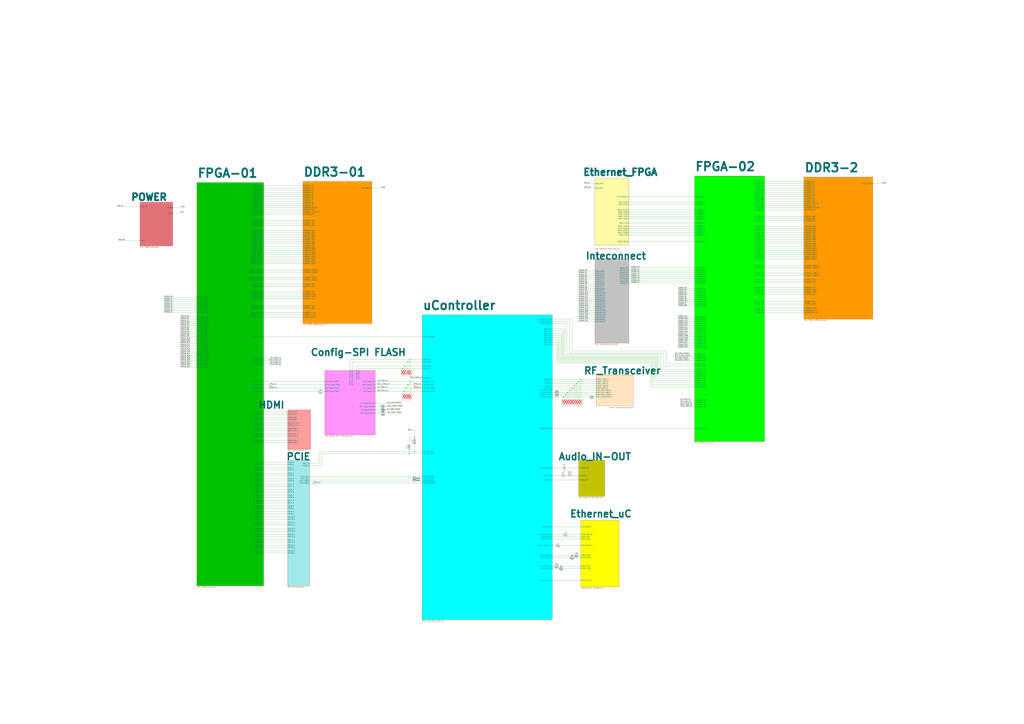
<source format=kicad_sch>
(kicad_sch (version 20231120) (generator "eeschema") (generator_version "8.0")
  (paper "A0")
  (title_block (title "RASBB") (date "2025-02-02") (rev "01") (company "Mina Daneshpajouh"))
  (lib_symbols
    (symbol "Connector:TestPoint" (pin_numbers hide) (pin_names (offset 0.762) hide)
      (property "Reference" "TP" (at 0 6.858 0))
      (property "Value" "TestPoint" (at 0 5.08 0))
      (symbol "TestPoint_1_1"
        (pin passive line (at 0 0 90) (length 2.54) (name "1") (number "1"))
      )
    )
    (symbol "Device:C_Small" (pin_numbers hide) (pin_names (offset 0.254) hide)
      (property "Reference" "C" (at 0.254 1.778 0))
      (property "Value" "C_Small" (at 0.254 -2.032 0))
      (symbol "C_Small_1_1"
        (pin passive line (at 0 2.54 270) (length 2.032) (name "~") (number "1"))
        (pin passive line (at 0 -2.54 90) (length 2.032) (name "~") (number "2"))
      )
    )
    (symbol "Device:R" (pin_numbers hide) (pin_names (offset 0))
      (property "Reference" "R" (at 2.032 0 90))
      (property "Value" "R" (at 0 0 90))
      (symbol "R_1_1"
        (pin passive line (at 0 3.81 270) (length 1.27) (name "~") (number "1"))
        (pin passive line (at 0 -3.81 90) (length 1.27) (name "~") (number "2"))
      )
    )
    (symbol "Device:R_Small" (pin_numbers hide) (pin_names (offset 0.254) hide)
      (property "Reference" "R" (at 0.762 0.508 0))
      (property "Value" "R_Small" (at 0.762 -1.016 0))
      (symbol "R_Small_1_1"
        (pin passive line (at 0 2.54 270) (length 0.762) (name "~") (number "1"))
        (pin passive line (at 0 -2.54 90) (length 0.762) (name "~") (number "2"))
      )
    )
  )
  (junction (at 471.17 450.85))
  (junction (at 671.83 443.23))
  (junction (at 669.29 445.77))
  (junction (at 468.63 454.66))
  (junction (at 656.59 458.47))
  (junction (at 481.33 524.51))
  (junction (at 659.13 455.93))
  (junction (at 476.25 417.83))
  (junction (at 473.71 420.37))
  (junction (at 469.9 425.45))
  (junction (at 661.67 453.39))
  (junction (at 467.36 427.99))
  (junction (at 476.25 443.23))
  (junction (at 666.75 448.31))
  (junction (at 664.21 450.85))
  (junction (at 481.33 508))
  (junction (at 473.71 447.04))
  (junction (at 674.37 440.69))
  (junction (at 654.05 461.01))
  (junction (at 474.98 527.05))
  (wire (pts (xy 641.35 382.27) (xy 655.32 382.27)))
  (wire (pts (xy 306.07 233.68) (xy 351.79 233.68)))
  (wire (pts (xy 671.83 353.06) (xy 690.88 353.06)))
  (wire (pts (xy 306.07 280.67) (xy 351.79 280.67)))
  (wire (pts (xy 306.07 621.03) (xy 334.01 621.03)))
  (wire (pts (xy 783.59 411.48) (xy 806.45 411.48)))
  (wire (pts (xy 887.73 238.76) (xy 933.45 238.76)))
  (wire (pts (xy 306.07 588.01) (xy 334.01 588.01)))
  (wire (pts (xy 476.25 417.83) (xy 490.22 417.83)))
  (wire (pts (xy 773.43 407.67) (xy 773.43 422.91)))
  (wire (pts (xy 209.55 416.56) (xy 228.6 416.56)))
  (wire (pts (xy 306.07 316.23) (xy 351.79 316.23)))
  (wire (pts (xy 671.83 342.9) (xy 690.88 342.9)))
  (wire (pts (xy 664.21 450.85) (xy 692.15 450.85)))
  (wire (pts (xy 471.17 450.85) (xy 471.17 457.2)))
  (wire (pts (xy 666.75 448.31) (xy 666.75 463.55)))
  (wire (pts (xy 447.04 480.06) (xy 466.09 480.06)))
  (wire (pts (xy 374.65 454.66) (xy 377.19 454.66)))
  (wire (pts (xy 209.55 378.46) (xy 228.6 378.46)))
  (wire (pts (xy 306.07 341.63) (xy 351.79 341.63)))
  (wire (pts (xy 762 415.29) (xy 762 436.88)))
  (wire (pts (xy 306.07 481.33) (xy 334.01 481.33)))
  (wire (pts (xy 789.94 469.9) (xy 806.45 469.9)))
  (wire (pts (xy 787.4 340.36) (xy 806.45 340.36)))
  (wire (pts (xy 306.07 581.66) (xy 334.01 581.66)))
  (wire (pts (xy 306.07 290.83) (xy 351.79 290.83)))
  (wire (pts (xy 671.83 314.96) (xy 690.88 314.96)))
  (wire (pts (xy 190.5 350.52) (xy 228.6 350.52)))
  (wire (pts (xy 306.07 236.22) (xy 351.79 236.22)))
  (wire (pts (xy 306.07 295.91) (xy 351.79 295.91)))
  (wire (pts (xy 641.35 557.53) (xy 671.83 557.53)))
  (wire (pts (xy 887.73 293.37) (xy 933.45 293.37)))
  (wire (pts (xy 671.83 355.6) (xy 690.88 355.6)))
  (wire (pts (xy 306.07 577.85) (xy 334.01 577.85)))
  (wire (pts (xy 787.4 393.7) (xy 806.45 393.7)))
  (wire (pts (xy 661.67 373.38) (xy 641.35 373.38)))
  (wire (pts (xy 787.4 345.44) (xy 806.45 345.44)))
  (wire (pts (xy 306.07 500.38) (xy 334.01 500.38)))
  (wire (pts (xy 770.89 425.45) (xy 770.89 410.21)))
  (wire (pts (xy 652.78 415.29) (xy 762 415.29)))
  (wire (pts (xy 306.07 568.96) (xy 334.01 568.96)))
  (wire (pts (xy 671.83 363.22) (xy 690.88 363.22)))
  (wire (pts (xy 447.04 476.25) (xy 464.82 476.25)))
  (wire (pts (xy 481.33 500.38) (xy 481.33 508)))
  (wire (pts (xy 756.92 447.04) (xy 806.45 447.04)))
  (wire (pts (xy 787.4 398.78) (xy 806.45 398.78)))
  (wire (pts (xy 473.71 420.37) (xy 408.94 420.37)))
  (wire (pts (xy 306.07 226.06) (xy 351.79 226.06)))
  (wire (pts (xy 306.07 454.66) (xy 369.57 454.66)))
  (wire (pts (xy 306.07 322.58) (xy 351.79 322.58)))
  (wire (pts (xy 209.55 408.94) (xy 228.6 408.94)))
  (wire (pts (xy 671.83 337.82) (xy 690.88 337.82)))
  (wire (pts (xy 306.07 346.71) (xy 351.79 346.71)))
  (wire (pts (xy 641.35 497.84) (xy 806.45 497.84)))
  (wire (pts (xy 306.07 325.12) (xy 351.79 325.12)))
  (wire (pts (xy 306.07 640.08) (xy 334.01 640.08)))
  (wire (pts (xy 306.07 298.45) (xy 351.79 298.45)))
  (wire (pts (xy 651.51 416.56) (xy 651.51 389.89)))
  (wire (pts (xy 200.66 241.3) (xy 209.55 241.3)))
  (wire (pts (xy 763.27 414.02) (xy 654.05 414.02)))
  (wire (pts (xy 641.35 674.37) (xy 674.37 674.37)))
  (wire (pts (xy 887.73 327.66) (xy 933.45 327.66)))
  (wire (pts (xy 887.73 298.45) (xy 933.45 298.45)))
  (wire (pts (xy 787.4 383.54) (xy 806.45 383.54)))
  (wire (pts (xy 306.07 594.36) (xy 334.01 594.36)))
  (wire (pts (xy 887.73 231.14) (xy 933.45 231.14)))
  (wire (pts (xy 306.07 275.59) (xy 351.79 275.59)))
  (wire (pts (xy 306.07 330.2) (xy 351.79 330.2)))
  (wire (pts (xy 468.63 454.66) (xy 468.63 457.2)))
  (wire (pts (xy 306.07 300.99) (xy 351.79 300.99)))
  (wire (pts (xy 306.07 419.1) (xy 326.39 419.1)))
  (wire (pts (xy 306.07 494.03) (xy 334.01 494.03)))
  (wire (pts (xy 359.41 541.02) (xy 373.38 541.02)))
  (wire (pts (xy 306.07 514.35) (xy 334.01 514.35)))
  (wire (pts (xy 373.38 527.05) (xy 373.38 541.02)))
  (wire (pts (xy 730.25 228.6) (xy 806.45 228.6)))
  (wire (pts (xy 887.73 226.06) (xy 933.45 226.06)))
  (wire (pts (xy 677.926 218.44) (xy 690.626 218.44)))
  (wire (pts (xy 806.45 449.58) (xy 755.65 449.58)))
  (wire (pts (xy 654.05 660.4) (xy 674.37 660.4)))
  (wire (pts (xy 474.98 508) (xy 481.33 508)))
  (wire (pts (xy 659.13 455.93) (xy 692.15 455.93)))
  (wire (pts (xy 730.25 265.43) (xy 806.45 265.43)))
  (wire (pts (xy 209.55 393.7) (xy 228.6 393.7)))
  (wire (pts (xy 435.61 443.23) (xy 476.25 443.23)))
  (wire (pts (xy 787.4 403.86) (xy 806.45 403.86)))
  (wire (pts (xy 671.83 365.76) (xy 690.88 365.76)))
  (wire (pts (xy 762 436.88) (xy 806.45 436.88)))
  (wire (pts (xy 209.55 373.38) (xy 228.6 373.38)))
  (wire (pts (xy 209.55 370.84) (xy 228.6 370.84)))
  (wire (pts (xy 306.07 306.07) (xy 351.79 306.07)))
  (wire (pts (xy 657.86 543.56) (xy 671.83 543.56)))
  (wire (pts (xy 755.65 449.58) (xy 755.65 421.64)))
  (wire (pts (xy 806.45 434.34) (xy 763.27 434.34)))
  (wire (pts (xy 887.73 262.89) (xy 933.45 262.89)))
  (wire (pts (xy 641.35 450.85) (xy 664.21 450.85)))
  (wire (pts (xy 137.16 279.4) (xy 162.56 279.4)))
  (wire (pts (xy 190.5 347.98) (xy 228.6 347.98)))
  (wire (pts (xy 306.07 565.15) (xy 334.01 565.15)))
  (wire (pts (xy 190.5 358.14) (xy 228.6 358.14)))
  (wire (pts (xy 406.4 417.83) (xy 406.4 430.53)))
  (wire (pts (xy 758.19 444.5) (xy 806.45 444.5)))
  (wire (pts (xy 373.38 527.05) (xy 474.98 527.05)))
  (wire (pts (xy 806.45 429.26) (xy 767.08 429.26)))
  (wire (pts (xy 359.41 553.72) (xy 490.22 553.72)))
  (wire (pts (xy 306.07 546.1) (xy 334.01 546.1)))
  (wire (pts (xy 887.73 353.06) (xy 933.45 353.06)))
  (wire (pts (xy 659.13 455.93) (xy 659.13 463.55)))
  (wire (pts (xy 474.98 527.05) (xy 490.22 527.05)))
  (wire (pts (xy 306.07 603.25) (xy 334.01 603.25)))
  (wire (pts (xy 306.07 363.22) (xy 351.79 363.22)))
  (wire (pts (xy 887.73 256.54) (xy 933.45 256.54)))
  (wire (pts (xy 646.43 400.05) (xy 641.35 400.05)))
  (wire (pts (xy 435.61 480.06) (xy 441.96 480.06)))
  (wire (pts (xy 370.84 524.51) (xy 481.33 524.51)))
  (wire (pts (xy 787.4 381) (xy 806.45 381)))
  (wire (pts (xy 671.83 335.28) (xy 690.88 335.28)))
  (wire (pts (xy 669.29 445.77) (xy 692.15 445.77)))
  (wire (pts (xy 641.35 626.11) (xy 674.37 626.11)))
  (wire (pts (xy 887.73 350.52) (xy 933.45 350.52)))
  (wire (pts (xy 756.92 420.37) (xy 756.92 447.04)))
  (wire (pts (xy 306.07 485.14) (xy 334.01 485.14)))
  (wire (pts (xy 787.4 337.82) (xy 806.45 337.82)))
  (wire (pts (xy 209.55 406.4) (xy 228.6 406.4)))
  (wire (pts (xy 887.73 265.43) (xy 933.45 265.43)))
  (wire (pts (xy 190.5 353.06) (xy 228.6 353.06)))
  (wire (pts (xy 671.83 317.5) (xy 690.88 317.5)))
  (wire (pts (xy 641.35 370.84) (xy 664.21 370.84)))
  (wire (pts (xy 767.08 411.48) (xy 657.86 411.48)))
  (wire (pts (xy 200.66 247.65) (xy 209.55 247.65)))
  (wire (pts (xy 135.89 240.03) (xy 162.56 240.03)))
  (wire (pts (xy 887.73 278.13) (xy 933.45 278.13)))
  (wire (pts (xy 306.07 627.38) (xy 334.01 627.38)))
  (wire (pts (xy 887.73 308.61) (xy 933.45 308.61)))
  (wire (pts (xy 671.83 360.68) (xy 690.88 360.68)))
  (wire (pts (xy 730.25 251.46) (xy 806.45 251.46)))
  (wire (pts (xy 887.73 243.84) (xy 933.45 243.84)))
  (wire (pts (xy 469.9 425.45) (xy 414.02 425.45)))
  (wire (pts (xy 887.73 288.29) (xy 933.45 288.29)))
  (wire (pts (xy 306.07 511.81) (xy 334.01 511.81)))
  (wire (pts (xy 641.35 633.73) (xy 645.16 633.73)))
  (wire (pts (xy 209.55 419.1) (xy 228.6 419.1)))
  (wire (pts (xy 650.24 392.43) (xy 641.35 392.43)))
  (wire (pts (xy 887.73 320.04) (xy 933.45 320.04)))
  (wire (pts (xy 674.37 440.69) (xy 692.15 440.69)))
  (wire (pts (xy 306.07 285.75) (xy 351.79 285.75)))
  (wire (pts (xy 887.73 358.14) (xy 933.45 358.14)))
  (wire (pts (xy 887.73 295.91) (xy 933.45 295.91)))
  (wire (pts (xy 641.35 455.93) (xy 643.89 455.93)))
  (wire (pts (xy 209.55 383.54) (xy 228.6 383.54)))
  (wire (pts (xy 760.73 439.42) (xy 760.73 416.56)))
  (wire (pts (xy 657.86 411.48) (xy 657.86 375.92)))
  (wire (pts (xy 730.25 318.77) (xy 806.45 318.77)))
  (wire (pts (xy 481.33 524.51) (xy 490.22 524.51)))
  (wire (pts (xy 887.73 218.44) (xy 933.45 218.44)))
  (wire (pts (xy 306.07 537.21) (xy 334.01 537.21)))
  (wire (pts (xy 209.55 388.62) (xy 228.6 388.62)))
  (wire (pts (xy 887.73 210.82) (xy 933.45 210.82)))
  (wire (pts (xy 671.83 443.23) (xy 671.83 463.55)))
  (wire (pts (xy 473.71 420.37) (xy 473.71 429.26)))
  (wire (pts (xy 481.33 508) (xy 481.33 509.27)))
  (wire (pts (xy 306.07 421.64) (xy 326.39 421.64)))
  (wire (pts (xy 306.07 368.3) (xy 351.79 368.3)))
  (wire (pts (xy 730.25 280.67) (xy 806.45 280.67)))
  (wire (pts (xy 306.07 506.73) (xy 334.01 506.73)))
  (wire (pts (xy 887.73 251.46) (xy 933.45 251.46)))
  (wire (pts (xy 887.73 325.12) (xy 933.45 325.12)))
  (wire (pts (xy 306.07 256.54) (xy 351.79 256.54)))
  (wire (pts (xy 483.87 558.8) (xy 490.22 558.8)))
  (wire (pts (xy 666.75 647.7) (xy 674.37 647.7)))
  (wire (pts (xy 806.45 439.42) (xy 760.73 439.42)))
  (wire (pts (xy 471.17 450.85) (xy 480.06 450.85)))
  (wire (pts (xy 476.25 443.23) (xy 476.25 457.2)))
  (wire (pts (xy 648.97 458.47) (xy 656.59 458.47)))
  (wire (pts (xy 317.5 450.85) (xy 377.19 450.85)))
  (wire (pts (xy 209.55 375.92) (xy 228.6 375.92)))
  (wire (pts (xy 887.73 228.6) (xy 933.45 228.6)))
  (wire (pts (xy 306.07 600.71) (xy 334.01 600.71)))
  (wire (pts (xy 654.05 414.02) (xy 654.05 384.81)))
  (wire (pts (xy 647.7 420.37) (xy 756.92 420.37)))
  (wire (pts (xy 787.4 335.28) (xy 806.45 335.28)))
  (wire (pts (xy 789.94 472.44) (xy 806.45 472.44)))
  (wire (pts (xy 666.75 448.31) (xy 692.15 448.31)))
  (wire (pts (xy 473.71 447.04) (xy 480.06 447.04)))
  (wire (pts (xy 468.63 454.66) (xy 490.22 454.66)))
  (wire (pts (xy 209.55 396.24) (xy 228.6 396.24)))
  (wire (pts (xy 190.5 363.22) (xy 228.6 363.22)))
  (wire (pts (xy 306.07 288.29) (xy 351.79 288.29)))
  (wire (pts (xy 789.94 464.82) (xy 806.45 464.82)))
  (wire (pts (xy 306.07 642.62) (xy 334.01 642.62)))
  (wire (pts (xy 306.07 241.3) (xy 351.79 241.3)))
  (wire (pts (xy 674.37 440.69) (xy 674.37 463.55)))
  (wire (pts (xy 306.07 215.9) (xy 351.79 215.9)))
  (wire (pts (xy 209.55 414.02) (xy 228.6 414.02)))
  (wire (pts (xy 306.07 596.9) (xy 334.01 596.9)))
  (wire (pts (xy 447.04 472.44) (xy 467.36 472.44)))
  (wire (pts (xy 306.07 303.53) (xy 351.79 303.53)))
  (wire (pts (xy 476.25 443.23) (xy 490.22 443.23)))
  (wire (pts (xy 306.07 243.84) (xy 351.79 243.84)))
  (wire (pts (xy 730.25 311.15) (xy 806.45 311.15)))
  (wire (pts (xy 306.07 283.21) (xy 351.79 283.21)))
  (wire (pts (xy 887.73 363.22) (xy 933.45 363.22)))
  (wire (pts (xy 359.41 561.34) (xy 363.22 561.34)))
  (wire (pts (xy 641.35 647.7) (xy 661.67 647.7)))
  (wire (pts (xy 306.07 259.08) (xy 351.79 259.08)))
  (wire (pts (xy 650.24 417.83) (xy 650.24 392.43)))
  (wire (pts (xy 887.73 236.22) (xy 933.45 236.22)))
  (wire (pts (xy 671.83 347.98) (xy 690.88 347.98)))
  (wire (pts (xy 648.97 394.97) (xy 648.97 419.1)))
  (wire (pts (xy 306.07 218.44) (xy 351.79 218.44)))
  (wire (pts (xy 306.07 607.06) (xy 334.01 607.06)))
  (wire (pts (xy 368.3 561.34) (xy 490.22 561.34)))
  (wire (pts (xy 787.4 378.46) (xy 806.45 378.46)))
  (wire (pts (xy 408.94 420.37) (xy 408.94 430.53)))
  (wire (pts (xy 657.86 375.92) (xy 641.35 375.92)))
  (wire (pts (xy 481.33 516.89) (xy 481.33 524.51)))
  (wire (pts (xy 370.84 538.48) (xy 359.41 538.48)))
  (wire (pts (xy 655.32 382.27) (xy 655.32 412.75)))
  (wire (pts (xy 490.22 447.04) (xy 485.14 447.04)))
  (wire (pts (xy 209.55 426.72) (xy 228.6 426.72)))
  (wire (pts (xy 887.73 285.75) (xy 933.45 285.75)))
  (wire (pts (xy 306.07 614.68) (xy 334.01 614.68)))
  (wire (pts (xy 730.25 328.93) (xy 806.45 328.93)))
  (wire (pts (xy 730.25 248.92) (xy 806.45 248.92)))
  (wire (pts (xy 641.35 387.35) (xy 652.78 387.35)))
  (wire (pts (xy 887.73 267.97) (xy 933.45 267.97)))
  (wire (pts (xy 730.25 321.31) (xy 806.45 321.31)))
  (wire (pts (xy 671.83 645.16) (xy 674.37 645.16)))
  (wire (pts (xy 306.07 355.6) (xy 351.79 355.6)))
  (wire (pts (xy 209.55 424.18) (xy 228.6 424.18)))
  (wire (pts (xy 641.35 461.01) (xy 654.05 461.01)))
  (wire (pts (xy 306.07 231.14) (xy 351.79 231.14)))
  (wire (pts (xy 209.55 381) (xy 228.6 381)))
  (wire (pts (xy 887.73 360.68) (xy 933.45 360.68)))
  (wire (pts (xy 730.25 234.95) (xy 806.45 234.95)))
  (wire (pts (xy 887.73 220.98) (xy 933.45 220.98)))
  (wire (pts (xy 306.07 497.84) (xy 334.01 497.84)))
  (wire (pts (xy 641.35 443.23) (xy 671.83 443.23)))
  (wire (pts (xy 671.83 320.04) (xy 690.88 320.04)))
  (wire (pts (xy 476.25 417.83) (xy 406.4 417.83)))
  (wire (pts (xy 474.98 523.24) (xy 474.98 527.05)))
  (wire (pts (xy 306.07 575.31) (xy 334.01 575.31)))
  (wire (pts (xy 359.41 558.8) (xy 478.79 558.8)))
  (wire (pts (xy 887.73 233.68) (xy 933.45 233.68)))
  (wire (pts (xy 664.21 552.45) (xy 671.83 552.45)))
  (wire (pts (xy 190.5 355.6) (xy 228.6 355.6)))
  (wire (pts (xy 306.07 552.45) (xy 334.01 552.45)))
  (wire (pts (xy 887.73 241.3) (xy 933.45 241.3)))
  (wire (pts (xy 209.55 386.08) (xy 228.6 386.08)))
  (wire (pts (xy 306.07 491.49) (xy 334.01 491.49)))
  (wire (pts (xy 730.25 270.51) (xy 806.45 270.51)))
  (wire (pts (xy 209.55 401.32) (xy 228.6 401.32)))
  (wire (pts (xy 209.55 411.48) (xy 228.6 411.48)))
  (wire (pts (xy 887.73 283.21) (xy 933.45 283.21)))
  (wire (pts (xy 467.36 427.99) (xy 490.22 427.99)))
  (wire (pts (xy 306.07 261.62) (xy 351.79 261.62)))
  (wire (pts (xy 435.61 468.63) (xy 466.09 468.63)))
  (wire (pts (xy 755.65 421.64) (xy 646.43 421.64)))
  (wire (pts (xy 306.07 416.56) (xy 326.39 416.56)))
  (wire (pts (xy 661.67 453.39) (xy 661.67 463.55)))
  (wire (pts (xy 641.35 657.86) (xy 643.89 657.86)))
  (wire (pts (xy 654.05 461.01) (xy 654.05 463.55)))
  (wire (pts (xy 190.5 360.68) (xy 228.6 360.68)))
  (wire (pts (xy 730.25 237.49) (xy 806.45 237.49)))
  (wire (pts (xy 887.73 290.83) (xy 933.45 290.83)))
  (wire (pts (xy 190.5 345.44) (xy 228.6 345.44)))
  (wire (pts (xy 473.71 500.38) (xy 481.33 500.38)))
  (wire (pts (xy 641.35 453.39) (xy 661.67 453.39)))
  (wire (pts (xy 661.67 453.39) (xy 692.15 453.39)))
  (wire (pts (xy 789.94 467.36) (xy 806.45 467.36)))
  (wire (pts (xy 1013.46 213.36) (xy 1028.7 213.36)))
  (wire (pts (xy 473.71 447.04) (xy 473.71 457.2)))
  (wire (pts (xy 435.61 450.85) (xy 471.17 450.85)))
  (wire (pts (xy 671.83 332.74) (xy 690.88 332.74)))
  (wire (pts (xy 306.07 238.76) (xy 351.79 238.76)))
  (wire (pts (xy 671.83 373.38) (xy 690.88 373.38)))
  (wire (pts (xy 763.27 434.34) (xy 763.27 414.02)))
  (wire (pts (xy 887.73 311.15) (xy 933.45 311.15)))
  (wire (pts (xy 306.07 365.76) (xy 351.79 365.76)))
  (wire (pts (xy 730.25 326.39) (xy 806.45 326.39)))
  (wire (pts (xy 306.07 391.16) (xy 490.22 391.16)))
  (wire (pts (xy 787.4 373.38) (xy 806.45 373.38)))
  (wire (pts (xy 209.55 368.3) (xy 228.6 368.3)))
  (wire (pts (xy 306.07 293.37) (xy 351.79 293.37)))
  (wire (pts (xy 783.59 414.02) (xy 806.45 414.02)))
  (wire (pts (xy 641.35 458.47) (xy 643.89 458.47)))
  (wire (pts (xy 767.08 429.26) (xy 767.08 411.48)))
  (wire (pts (xy 730.25 316.23) (xy 806.45 316.23)))
  (wire (pts (xy 435.61 476.25) (xy 441.96 476.25)))
  (wire (pts (xy 671.83 345.44) (xy 690.88 345.44)))
  (wire (pts (xy 654.05 461.01) (xy 684.53 461.01)))
  (wire (pts (xy 306.07 344.17) (xy 351.79 344.17)))
  (wire (pts (xy 671.83 370.84) (xy 690.88 370.84)))
  (wire (pts (xy 887.73 341.63) (xy 933.45 341.63)))
  (wire (pts (xy 730.25 246.38) (xy 806.45 246.38)))
  (wire (pts (xy 887.73 280.67) (xy 933.45 280.67)))
  (wire (pts (xy 787.4 355.6) (xy 806.45 355.6)))
  (wire (pts (xy 887.73 223.52) (xy 933.45 223.52)))
  (wire (pts (xy 641.35 448.31) (xy 666.75 448.31)))
  (wire (pts (xy 306.07 609.6) (xy 334.01 609.6)))
  (wire (pts (xy 887.73 317.5) (xy 933.45 317.5)))
  (wire (pts (xy 806.45 425.45) (xy 770.89 425.45)))
  (wire (pts (xy 690.626 213.36) (xy 677.926 213.36)))
  (wire (pts (xy 887.73 336.55) (xy 933.45 336.55)))
  (wire (pts (xy 476.25 439.42) (xy 490.22 439.42)))
  (wire (pts (xy 689.61 461.01) (xy 692.15 461.01)))
  (wire (pts (xy 317.5 447.04) (xy 377.19 447.04)))
  (wire (pts (xy 659.13 621.03) (xy 674.37 621.03)))
  (wire (pts (xy 787.4 401.32) (xy 806.45 401.32)))
  (wire (pts (xy 306.07 558.8) (xy 334.01 558.8)))
  (wire (pts (xy 306.07 487.68) (xy 334.01 487.68)))
  (wire (pts (xy 306.07 339.09) (xy 351.79 339.09)))
  (wire (pts (xy 435.61 472.44) (xy 441.96 472.44)))
  (wire (pts (xy 306.07 220.98) (xy 351.79 220.98)))
  (wire (pts (xy 641.35 623.57) (xy 674.37 623.57)))
  (wire (pts (xy 641.35 552.45) (xy 651.51 552.45)))
  (wire (pts (xy 641.35 397.51) (xy 647.7 397.51)))
  (wire (pts (xy 306.07 246.38) (xy 351.79 246.38)))
  (wire (pts (xy 661.67 373.38) (xy 661.67 410.21)))
  (wire (pts (xy 887.73 270.51) (xy 933.45 270.51)))
  (wire (pts (xy 664.21 450.85) (xy 664.21 463.55)))
  (wire (pts (xy 656.59 458.47) (xy 692.15 458.47)))
  (wire (pts (xy 435.61 454.66) (xy 468.63 454.66)))
  (wire (pts (xy 787.4 388.62) (xy 806.45 388.62)))
  (wire (pts (xy 469.9 425.45) (xy 490.22 425.45)))
  (wire (pts (xy 654.05 384.81) (xy 641.35 384.81)))
  (wire (pts (xy 435.61 447.04) (xy 473.71 447.04)))
  (wire (pts (xy 306.07 313.69) (xy 351.79 313.69)))
  (wire (pts (xy 473.71 420.37) (xy 490.22 420.37)))
  (wire (pts (xy 806.45 441.96) (xy 759.46 441.96)))
  (wire (pts (xy 664.21 370.84) (xy 664.21 407.67)))
  (wire (pts (xy 306.07 549.91) (xy 334.01 549.91)))
  (wire (pts (xy 887.73 339.09) (xy 933.45 339.09)))
  (wire (pts (xy 669.29 445.77) (xy 669.29 463.55)))
  (wire (pts (xy 787.4 368.3) (xy 806.45 368.3)))
  (wire (pts (xy 209.55 403.86) (xy 228.6 403.86)))
  (wire (pts (xy 641.35 440.69) (xy 674.37 440.69)))
  (wire (pts (xy 306.07 504.19) (xy 334.01 504.19)))
  (wire (pts (xy 671.83 325.12) (xy 690.88 325.12)))
  (wire (pts (xy 306.07 590.55) (xy 334.01 590.55)))
  (wire (pts (xy 306.07 617.22) (xy 334.01 617.22)))
  (wire (pts (xy 887.73 254) (xy 933.45 254)))
  (wire (pts (xy 671.83 340.36) (xy 690.88 340.36)))
  (wire (pts (xy 306.07 571.5) (xy 334.01 571.5)))
  (wire (pts (xy 306.07 636.27) (xy 334.01 636.27)))
  (wire (pts (xy 671.83 443.23) (xy 692.15 443.23)))
  (wire (pts (xy 787.4 391.16) (xy 806.45 391.16)))
  (wire (pts (xy 306.07 623.57) (xy 334.01 623.57)))
  (wire (pts (xy 730.25 267.97) (xy 806.45 267.97)))
  (wire (pts (xy 306.07 450.85) (xy 312.42 450.85)))
  (wire (pts (xy 787.4 375.92) (xy 806.45 375.92)))
  (wire (pts (xy 416.56 427.99) (xy 416.56 430.53)))
  (wire (pts (xy 787.4 342.9) (xy 806.45 342.9)))
  (wire (pts (xy 787.4 370.84) (xy 806.45 370.84)))
  (wire (pts (xy 431.8 218.44) (xy 447.04 218.44)))
  (wire (pts (xy 209.55 398.78) (xy 228.6 398.78)))
  (wire (pts (xy 209.55 421.64) (xy 228.6 421.64)))
  (wire (pts (xy 641.35 445.77) (xy 669.29 445.77)))
  (wire (pts (xy 483.87 556.26) (xy 490.22 556.26)))
  (wire (pts (xy 306.07 543.56) (xy 334.01 543.56)))
  (wire (pts (xy 648.97 455.93) (xy 659.13 455.93)))
  (wire (pts (xy 485.14 450.85) (xy 490.22 450.85)))
  (wire (pts (xy 730.25 323.85) (xy 806.45 323.85)))
  (wire (pts (xy 641.35 645.16) (xy 666.75 645.16)))
  (wire (pts (xy 783.59 416.56) (xy 806.45 416.56)))
  (wire (pts (xy 651.51 389.89) (xy 641.35 389.89)))
  (wire (pts (xy 787.4 386.08) (xy 806.45 386.08)))
  (wire (pts (xy 730.25 259.08) (xy 806.45 259.08)))
  (wire (pts (xy 887.73 334.01) (xy 933.45 334.01)))
  (wire (pts (xy 652.78 387.35) (xy 652.78 415.29)))
  (wire (pts (xy 306.07 629.92) (xy 334.01 629.92)))
  (wire (pts (xy 887.73 273.05) (xy 933.45 273.05)))
  (wire (pts (xy 359.41 556.26) (xy 478.79 556.26)))
  (wire (pts (xy 671.83 330.2) (xy 690.88 330.2)))
  (wire (pts (xy 641.35 660.4) (xy 648.97 660.4)))
  (wire (pts (xy 641.35 612.14) (xy 674.37 612.14)))
  (wire (pts (xy 671.83 358.14) (xy 690.88 358.14)))
  (wire (pts (xy 641.35 621.03) (xy 654.05 621.03)))
  (wire (pts (xy 787.4 347.98) (xy 806.45 347.98)))
  (wire (pts (xy 764.54 412.75) (xy 764.54 431.8)))
  (wire (pts (xy 641.35 543.56) (xy 652.78 543.56)))
  (wire (pts (xy 887.73 300.99) (xy 933.45 300.99)))
  (wire (pts (xy 730.25 243.84) (xy 806.45 243.84)))
  (wire (pts (xy 764.54 431.8) (xy 806.45 431.8)))
  (wire (pts (xy 730.25 254) (xy 806.45 254)))
  (wire (pts (xy 671.83 368.3) (xy 690.88 368.3)))
  (wire (pts (xy 648.97 419.1) (xy 758.19 419.1)))
  (wire (pts (xy 370.84 524.51) (xy 370.84 538.48)))
  (wire (pts (xy 306.07 332.74) (xy 351.79 332.74)))
  (wire (pts (xy 646.43 421.64) (xy 646.43 400.05)))
  (wire (pts (xy 671.83 327.66) (xy 690.88 327.66)))
  (wire (pts (xy 641.35 394.97) (xy 648.97 394.97)))
  (wire (pts (xy 306.07 273.05) (xy 351.79 273.05)))
  (wire (pts (xy 787.4 350.52) (xy 806.45 350.52)))
  (wire (pts (xy 469.9 425.45) (xy 469.9 429.26)))
  (wire (pts (xy 730.25 262.89) (xy 806.45 262.89)))
  (wire (pts (xy 306.07 424.18) (xy 326.39 424.18)))
  (wire (pts (xy 671.83 322.58) (xy 690.88 322.58)))
  (wire (pts (xy 306.07 223.52) (xy 351.79 223.52)))
  (wire (pts (xy 306.07 539.75) (xy 334.01 539.75)))
  (wire (pts (xy 664.21 407.67) (xy 773.43 407.67)))
  (wire (pts (xy 474.98 515.62) (xy 474.98 508)))
  (wire (pts (xy 760.73 416.56) (xy 651.51 416.56)))
  (wire (pts (xy 306.07 270.51) (xy 351.79 270.51)))
  (wire (pts (xy 306.07 248.92) (xy 351.79 248.92)))
  (wire (pts (xy 306.07 228.6) (xy 351.79 228.6)))
  (wire (pts (xy 887.73 213.36) (xy 933.45 213.36)))
  (wire (pts (xy 770.89 410.21) (xy 661.67 410.21)))
  (wire (pts (xy 655.32 412.75) (xy 764.54 412.75)))
  (wire (pts (xy 887.73 275.59) (xy 933.45 275.59)))
  (wire (pts (xy 887.73 215.9) (xy 933.45 215.9)))
  (wire (pts (xy 759.46 417.83) (xy 650.24 417.83)))
  (wire (pts (xy 306.07 358.14) (xy 351.79 358.14)))
  (wire (pts (xy 306.07 478.79) (xy 334.01 478.79)))
  (wire (pts (xy 730.25 313.69) (xy 806.45 313.69)))
  (wire (pts (xy 467.36 427.99) (xy 416.56 427.99)))
  (wire (pts (xy 476.25 417.83) (xy 476.25 429.26)))
  (wire (pts (xy 306.07 278.13) (xy 351.79 278.13)))
  (wire (pts (xy 656.59 458.47) (xy 656.59 463.55)))
  (wire (pts (xy 306.07 267.97) (xy 351.79 267.97)))
  (wire (pts (xy 306.07 447.04) (xy 312.42 447.04)))
  (wire (pts (xy 759.46 441.96) (xy 759.46 417.83)))
  (wire (pts (xy 650.24 633.73) (xy 674.37 633.73)))
  (wire (pts (xy 648.97 657.86) (xy 674.37 657.86)))
  (wire (pts (xy 647.7 397.51) (xy 647.7 420.37)))
  (wire (pts (xy 787.4 353.06) (xy 806.45 353.06)))
  (wire (pts (xy 306.07 556.26) (xy 334.01 556.26)))
  (wire (pts (xy 306.07 562.61) (xy 334.01 562.61)))
  (wire (pts (xy 414.02 425.45) (xy 414.02 430.53)))
  (wire (pts (xy 209.55 391.16) (xy 228.6 391.16)))
  (wire (pts (xy 783.59 419.1) (xy 806.45 419.1)))
  (wire (pts (xy 306.07 633.73) (xy 334.01 633.73)))
  (wire (pts (xy 758.19 419.1) (xy 758.19 444.5)))
  (wire (pts (xy 787.4 396.24) (xy 806.45 396.24)))
  (wire (pts (xy 656.59 552.45) (xy 659.13 552.45)))
  (wire (pts (xy 671.83 350.52) (xy 690.88 350.52)))
  (wire (pts (xy 773.43 422.91) (xy 806.45 422.91)))
  (wire (pts (xy 467.36 427.99) (xy 467.36 429.26)))
  (wire (pts (xy 306.07 584.2) (xy 334.01 584.2)))
  (wire (pts (xy 730.25 273.05) (xy 806.45 273.05)))
  (wire (pts (xy 306.07 443.23) (xy 377.19 443.23)))
  (label "DEBUG_D1" (at 671.83 317.5 0))
  (label "DEBUG_D14" (at 671.83 350.52 0))
  (label "DEBUG_D13" (at 671.83 347.98 0))
  (label "DEBUG_A6" (at 190.5 360.68 0))
  (label "SI_FLASH_FPGA2" (at 783.59 416.56 0))
  (label "DEBUG_D5" (at 671.83 327.66 0))
  (label "CS_FLASH_uC" (at 326.39 424.18 180))
  (label "DEBUG_D9" (at 787.4 368.3 0))
  (label "DEBUG_A7" (at 732.79 328.93 0))
  (label "DEBUG_D11" (at 787.4 373.38 0))
  (label "DEBUG_D13" (at 787.4 378.46 0))
  (label "DEBUG_D11" (at 671.83 342.9 0))
  (label "CS_FLASH_uC" (at 438.15 443.23 0))
  (label "DEBUG_D19" (at 209.55 416.56 0))
  (label "SCK_FLASH_FPGA2" (at 467.36 472.44 180))
  (label "CS_FLASH_FPGA2" (at 783.59 411.48 0))
  (label "DEBUG_D5" (at 787.4 347.98 0))
  (label "DEBUG_A2" (at 732.79 316.23 0))
  (label "SO_FLASH_uC" (at 438.15 454.66 0))
  (label "DEBUG_D7" (at 209.55 386.08 0))
  (label "DEBUG_D16" (at 209.55 408.94 0))
  (label "VSS_POE" (at 677.926 218.44 0))
  (label "1V35" (at 1028.7 213.36 180))
  (label "DEBUG_D23" (at 209.55 426.72 0))
  (label "DEBUG_D17" (at 787.4 388.62 0))
  (label "DEBUG_A5" (at 190.5 358.14 0))
  (label "DEBUG_D0" (at 787.4 335.28 0))
  (label "DEBUG_D16" (at 787.4 386.08 0))
  (label "SI_FLASH_FPGA2" (at 464.82 476.25 180))
  (label "DEBUG_D10" (at 209.55 393.7 0))
  (label "DEBUG_D20" (at 209.55 419.1 0))
  (label "SCK_FLASH_FPGA2" (at 783.59 414.02 0))
  (label "DEBUG_D21" (at 787.4 398.78 0))
  (label "DEBUG_D18" (at 787.4 391.16 0))
  (label "DEBUG_D8" (at 787.4 355.6 0))
  (label "DEBUG_A5" (at 732.79 323.85 0))
  (label "DEBUG_A7" (at 190.5 363.22 0))
  (label "DEBUG_D20" (at 671.83 365.76 0))
  (label "1V35" (at 209.55 241.3 0))
  (label "DEBUG_D14" (at 787.4 381 0))
  (label "DEBUG_A0" (at 732.79 311.15 0))
  (label "DEBUG_A3" (at 732.79 318.77 0))
  (label "DEBUG_D22" (at 787.4 401.32 0))
  (label "DEBUG_D15" (at 209.55 406.4 0))
  (label "SO_FLASH_uC" (at 789.94 467.36 0))
  (label "DEBUG_D21" (at 209.55 421.64 0))
  (label "DEBUG_D6" (at 671.83 330.2 0))
  (label "DEBUG_D12" (at 209.55 398.78 0))
  (label "DEBUG_A2" (at 190.5 350.52 0))
  (label "DEBUG_D19" (at 787.4 393.7 0))
  (label "SCK_FLASH_uC" (at 789.94 469.9 0))
  (label "DEBUG_A1" (at 190.5 347.98 0))
  (label "DEBUG_D4" (at 209.55 378.46 0))
  (label "DEBUG_D21" (at 671.83 368.3 0))
  (label "DEBUG_A6" (at 732.79 326.39 0))
  (label "DEBUG_D17" (at 671.83 358.14 0))
  (label "SCK_FLASH_uC" (at 326.39 419.1 180))
  (label "DEBUG_A1" (at 732.79 313.69 0))
  (label "SCK_FLASH_uC" (at 438.15 447.04 0))
  (label "DEBUG_D3" (at 209.55 375.92 0))
  (label "DEBUG_D8" (at 209.55 388.62 0))
  (label "1V35" (at 447.04 218.44 180))
  (label "DEBUG_D11" (at 209.55 396.24 0))
  (label "SO_FLASH_uC" (at 326.39 421.64 180))
  (label "DEBUG_D4" (at 671.83 325.12 0))
  (label "DEBUG_D7" (at 671.83 332.74 0))
  (label "DEBUG_D2" (at 787.4 340.36 0))
  (label "DEBUG_D12" (at 787.4 375.92 0))
  (label "SO_FLASH_FPGA2" (at 466.09 480.06 180))
  (label "DEBUG_D8" (at 671.83 335.28 0))
  (label "DEBUG_D1" (at 787.4 337.82 0))
  (label "DEBUG_D3" (at 787.4 342.9 0))
  (label "DEBUG_D16" (at 671.83 355.6 0))
  (label "DEBUG_D10" (at 671.83 340.36 0))
  (label "SO_FLASH_FPGA2" (at 783.59 419.1 0))
  (label "DEBUG_D4" (at 787.4 345.44 0))
  (label "DEBUG_D0" (at 209.55 368.3 0))
  (label "DEBUG_A3" (at 190.5 353.06 0))
  (label "SI_FLASH_uC" (at 438.15 450.85 0))
  (label "DEBUG_D2" (at 209.55 373.38 0))
  (label "VDC_IN" (at 135.89 240.03 0))
  (label "DEBUG_D10" (at 787.4 370.84 0))
  (label "CS_FLASH_FPGA2" (at 466.09 468.63 180))
  (label "DEBUG_D9" (at 209.55 391.16 0))
  (label "DEBUG_D1" (at 209.55 370.84 0))
  (label "DEBUG_D0" (at 671.83 314.96 0))
  (label "DEBUG_D22" (at 209.55 424.18 0))
  (label "DEBUG_D17" (at 209.55 411.48 0))
  (label "DEBUG_D18" (at 209.55 414.02 0))
  (label "3V3" (at 209.55 247.65 0))
  (label "DEBUG_D18" (at 671.83 360.68 0))
  (label "CS2_FLASH_uC" (at 476.25 439.42 0))
  (label "DEBUG_D6" (at 209.55 383.54 0))
  (label "DEBUG_D9" (at 671.83 337.82 0))
  (label "SI_FLASH_uC" (at 326.39 416.56 180))
  (label "DEBUG_D6" (at 787.4 350.52 0))
  (label "3V3" (at 473.71 500.38 0))
  (label "DEBUG_D13" (at 209.55 401.32 0))
  (label "CS2_FLASH_uC" (at 789.94 472.44 0))
  (label "VDC_IN" (at 677.926 213.36 0))
  (label "DEBUG_A0" (at 190.5 345.44 0))
  (label "DEBUG_A4" (at 190.5 355.6 0))
  (label "VSS_POE" (at 137.16 279.4 0))
  (label "DEBUG_D20" (at 787.4 396.24 0))
  (label "DEBUG_D5" (at 209.55 381 0))
  (label "DEBUG_D12" (at 671.83 345.44 0))
  (label "DEBUG_D7" (at 787.4 353.06 0))
  (label "DEBUG_D23" (at 671.83 373.38 0))
  (label "DEBUG_D15" (at 671.83 353.06 0))
  (label "SI_FLASH_uC" (at 789.94 464.82 0))
  (label "DEBUG_A4" (at 732.79 321.31 0))
  (label "DEBUG_D22" (at 671.83 370.84 0))
  (label "DEBUG_D14" (at 209.55 403.86 0))
  (label "DEBUG_D2" (at 671.83 320.04 0))
  (label "DEBUG_D19" (at 671.83 363.22 0))
  (label "DEBUG_D23" (at 787.4 403.86 0))
  (label "DEBUG_D3" (at 671.83 322.58 0))
  (label "DEBUG_D15" (at 787.4 383.54 0))
  (symbol (lib_id "Device:R") (at 474.98 519.43 180) (unit 1)
    (property "Reference" "R9" (at 474.98 517.906 90) (effects (justify left)))
    (property "Value" "4.7K" (at 472.44 516.89 90) (effects (justify left)))
    (property "Footprint" "Resistor_SMD:R_0402_1005Metric" (effects (hide yes)))
    (property "Datasheet" "https://www.lcsc.com/datasheet/lcsc_datasheet_2304140030_Walsin-Tech-Corp-WR04X4701FTL_C163826.pdf" (effects (hide yes)))
    (property "Description" "62.5mW Thick Film Resistors 50V ±100ppm/℃ ±1% 4.7kΩ 0402 Chip Resistor - Surface Mount ROHS" (effects (hide yes)))
    (property "Mfr. Part # " "WR04X4701FTL" (effects (hide yes)))
    (property "LCSC Part #" "C163826" (effects (hide yes)))
    (property "Mfr. Part #" "WR04X4701FTL" (effects (hide yes)))
  )
  (symbol (lib_id "Connector:TestPoint") (at 473.71 429.26 180) (unit 1) (dnp yes)
    (property "Reference" "TP21" (at 473.964 438.404 90) (effects (justify right)))
    (property "Value" "TestPoint" (effects (hide yes)))
    (property "Footprint" "TestPoint:TestPoint_Pad_D1.0mm" (effects (hide yes)))
    (property "Description" "test point" (effects (hide yes)))
  )
  (symbol (lib_id "Device:R_Small") (at 372.11 454.66 90) (unit 1)
    (property "Reference" "R4" (at 372.11 453.136 90))
    (property "Value" "49.9" (at 372.11 456.692 90))
    (property "Footprint" "Resistor_SMD:R_0402_1005Metric" (effects (hide yes)))
    (property "Description" "62.5mW Thick Film Resistors ±100ppm/℃ ±1% 49.9Ω 0402 Chip Resistor - Surface Mount ROHS" (effects (hide yes)))
    (property "Mfr. Part #" "RMCF0402FT49R9" (effects (hide yes)))
    (property "LCSC Part #" "C4229190" (effects (hide yes)))
  )
  (symbol (lib_id "Device:R_Small") (at 482.6 447.04 90) (unit 1)
    (property "Reference" "R13" (at 482.6 445.516 90))
    (property "Value" "49.9" (at 486.664 446.278 90))
    (property "Footprint" "Resistor_SMD:R_0402_1005Metric" (effects (hide yes)))
    (property "Description" "62.5mW Thick Film Resistors ±100ppm/℃ ±1% 49.9Ω 0402 Chip Resistor - Surface Mount ROHS" (effects (hide yes)))
    (property "Mfr. Part #" "RMCF0402FT49R9" (effects (hide yes)))
    (property "LCSC Part #" "C4229190" (effects (hide yes)))
  )
  (symbol (lib_id "Connector:TestPoint") (at 674.37 463.55 180) (unit 1) (dnp yes)
    (property "Reference" "TP14" (at 674.624 472.694 90) (effects (justify right)))
    (property "Value" "TestPoint" (effects (hide yes)))
    (property "Footprint" "TestPoint:TestPoint_Pad_D1.0mm" (effects (hide yes)))
    (property "Description" "test point" (effects (hide yes)))
  )
  (symbol (lib_id "Device:R_Small") (at 646.43 657.86 270) (unit 1)
    (property "Reference" "R17" (at 646.43 659.384 90))
    (property "Value" "22" (at 646.43 655.828 90))
    (property "Footprint" "Resistor_SMD:R_0402_1005Metric" (effects (hide yes)))
    (property "Description" "62.5mW Thick Film Resistors 50V ±100ppm/℃ ±1% 22Ω 0402 Chip Resistor - Surface Mount ROHS" (effects (hide yes)))
    (property "Mfr. Part #" "WR04X22R0FTL" (effects (hide yes)))
    (property "LCSC Part #" "C163821" (effects (hide yes)))
  )
  (symbol (lib_id "Device:R_Small") (at 444.5 480.06 90) (unit 1)
    (property "Reference" "R8" (at 444.5 478.536 90))
    (property "Value" "49.9" (at 444.5 482.092 90))
    (property "Footprint" "Resistor_SMD:R_0402_1005Metric" (effects (hide yes)))
    (property "Description" "62.5mW Thick Film Resistors ±100ppm/℃ ±1% 49.9Ω 0402 Chip Resistor - Surface Mount ROHS" (effects (hide yes)))
    (property "Mfr. Part #" "RMCF0402FT49R9" (effects (hide yes)))
    (property "LCSC Part #" "C4229190" (effects (hide yes)))
  )
  (symbol (lib_id "Device:R_Small") (at 646.43 458.47 90) (unit 1)
    (property "Reference" "R16" (at 646.43 458.47 90))
    (property "Value" "49.9" (at 646.43 460.248 90))
    (property "Footprint" "Resistor_SMD:R_0402_1005Metric" (effects (hide yes)))
    (property "Description" "62.5mW Thick Film Resistors ±100ppm/℃ ±1% 49.9Ω 0402 Chip Resistor - Surface Mount ROHS" (effects (hide yes)))
    (property "Mfr. Part #" "RMCF0402FT49R9" (effects (hide yes)))
    (property "LCSC Part #" "C4229190" (effects (hide yes)))
  )
  (symbol (lib_id "Device:R_Small") (at 481.33 556.26 90) (unit 1)
    (property "Reference" "R11" (at 481.33 554.736 90))
    (property "Value" "49.9" (at 485.394 555.498 90))
    (property "Footprint" "Resistor_SMD:R_0402_1005Metric" (effects (hide yes)))
    (property "Description" "62.5mW Thick Film Resistors ±100ppm/℃ ±1% 49.9Ω 0402 Chip Resistor - Surface Mount ROHS" (effects (hide yes)))
    (property "Mfr. Part #" "RMCF0402FT49R9" (effects (hide yes)))
    (property "LCSC Part #" "C4229190" (effects (hide yes)))
  )
  (symbol (lib_id "Device:R_Small") (at 651.51 660.4 270) (unit 1)
    (property "Reference" "R19" (at 651.51 661.924 90))
    (property "Value" "22" (at 651.51 658.368 90))
    (property "Footprint" "Resistor_SMD:R_0402_1005Metric" (effects (hide yes)))
    (property "Description" "62.5mW Thick Film Resistors 50V ±100ppm/℃ ±1% 22Ω 0402 Chip Resistor - Surface Mount ROHS" (effects (hide yes)))
    (property "Mfr. Part #" "WR04X22R0FTL" (effects (hide yes)))
    (property "LCSC Part #" "C163821" (effects (hide yes)))
  )
  (symbol (lib_id "Device:R_Small") (at 365.76 561.34 90) (unit 1)
    (property "Reference" "R3" (at 365.76 559.816 90))
    (property "Value" "49.9" (at 369.824 560.578 90))
    (property "Footprint" "Resistor_SMD:R_0402_1005Metric" (effects (hide yes)))
    (property "Description" "62.5mW Thick Film Resistors ±100ppm/℃ ±1% 49.9Ω 0402 Chip Resistor - Surface Mount ROHS" (effects (hide yes)))
    (property "Mfr. Part #" "RMCF0402FT49R9" (effects (hide yes)))
    (property "LCSC Part #" "C4229190" (effects (hide yes)))
  )
  (symbol (lib_id "Connector:TestPoint") (at 671.83 463.55 180) (unit 1) (dnp yes)
    (property "Reference" "TP13" (at 672.084 472.694 90) (effects (justify right)))
    (property "Value" "TestPoint" (effects (hide yes)))
    (property "Footprint" "TestPoint:TestPoint_Pad_D1.0mm" (effects (hide yes)))
    (property "Description" "test point" (effects (hide yes)))
  )
  (symbol (lib_id "Connector:TestPoint") (at 664.21 463.55 180) (unit 1) (dnp yes)
    (property "Reference" "TP10" (at 664.464 472.694 90) (effects (justify right)))
    (property "Value" "TestPoint" (effects (hide yes)))
    (property "Footprint" "TestPoint:TestPoint_Pad_D1.0mm" (effects (hide yes)))
    (property "Description" "test point" (effects (hide yes)))
  )
  (symbol (lib_id "Device:R_Small") (at 687.07 461.01 90) (unit 1)
    (property "Reference" "R22" (at 687.07 461.01 90))
    (property "Value" "49.9" (at 687.07 463.042 90))
    (property "Footprint" "Resistor_SMD:R_0402_1005Metric" (effects (hide yes)))
    (property "Description" "62.5mW Thick Film Resistors ±100ppm/℃ ±1% 49.9Ω 0402 Chip Resistor - Surface Mount ROHS" (effects (hide yes)))
    (property "Mfr. Part #" "RMCF0402FT49R9" (effects (hide yes)))
    (property "LCSC Part #" "C4229190" (effects (hide yes)))
  )
  (symbol (lib_id "Device:R_Small") (at 661.67 552.45 90) (unit 1)
    (property "Reference" "R21" (at 660.654 549.148 0))
    (property "Value" "100" (at 662.432 549.402 0))
    (property "Footprint" "Resistor_SMD:R_0402_1005Metric" (effects (hide yes)))
    (property "Description" "62.5mW Thick Film Resistors 50V ±100ppm/℃ ±1% 100Ω 0402 Chip Resistor - Surface Mount ROHS" (effects (hide yes)))
    (property "Mfr. Part #" "WR04X1000FTL" (effects (hide yes)))
    (property "LCSC Part #" "C163808" (effects (hide yes)))
  )
  (symbol (lib_id "Device:R_Small") (at 481.33 558.8 90) (unit 1)
    (property "Reference" "R12" (at 481.33 557.276 90))
    (property "Value" "49.9" (at 485.394 558.038 90))
    (property "Footprint" "Resistor_SMD:R_0402_1005Metric" (effects (hide yes)))
    (property "Description" "62.5mW Thick Film Resistors ±100ppm/℃ ±1% 49.9Ω 0402 Chip Resistor - Surface Mount ROHS" (effects (hide yes)))
    (property "Mfr. Part #" "RMCF0402FT49R9" (effects (hide yes)))
    (property "LCSC Part #" "C4229190" (effects (hide yes)))
  )
  (symbol (lib_id "Device:C_Small") (at 654.05 552.45 90) (mirror x) (unit 1)
    (property "Reference" "C1" (effects (hide yes)))
    (property "Value" "1uF" (at 655.574 548.894 90) (effects (justify left)))
    (property "Footprint" "Capacitor_SMD:C_0402_1005Metric" (effects (hide yes)))
    (property "Datasheet" "https://www.lcsc.com/datasheet/lcsc_datasheet_2304140030_Samsung-Electro-Mechanics-CL05A105KP5NNNC_C14445.pdf" (effects (hide yes)))
    (property "Description" "10V 1uF X5R ±10% 0402 Multilayer Ceramic Capacitors MLCC - SMD/SMT ROHS" (effects (hide yes)))
    (property "Mfr. Part #" "0402X105M160CT" (effects (hide yes)))
    (property "LCSC Part #" "C3889771" (effects (hide yes)))
  )
  (symbol (lib_id "Connector:TestPoint") (at 467.36 429.26 180) (unit 1) (dnp yes)
    (property "Reference" "TP20" (at 467.614 438.404 90) (effects (justify right)))
    (property "Value" "TestPoint" (effects (hide yes)))
    (property "Footprint" "TestPoint:TestPoint_Pad_D1.0mm" (effects (hide yes)))
    (property "Description" "test point" (effects (hide yes)))
  )
  (symbol (lib_id "Connector:TestPoint") (at 654.05 463.55 180) (unit 1) (dnp yes)
    (property "Reference" "TP6" (at 654.304 472.694 90) (effects (justify right)))
    (property "Value" "TestPoint" (effects (hide yes)))
    (property "Footprint" "TestPoint:TestPoint_Pad_D1.0mm" (effects (hide yes)))
    (property "Description" "test point" (effects (hide yes)))
  )
  (symbol (lib_id "Connector:TestPoint") (at 469.9 429.26 180) (unit 1) (dnp yes)
    (property "Reference" "TP19" (at 470.154 438.404 90) (effects (justify right)))
    (property "Value" "TestPoint" (effects (hide yes)))
    (property "Footprint" "TestPoint:TestPoint_Pad_D1.0mm" (effects (hide yes)))
    (property "Description" "test point" (effects (hide yes)))
  )
  (symbol (lib_id "Device:R_Small") (at 656.59 621.03 270) (unit 1)
    (property "Reference" "R20" (at 656.59 622.554 90))
    (property "Value" "22" (at 656.59 618.998 90))
    (property "Footprint" "Resistor_SMD:R_0402_1005Metric" (effects (hide yes)))
    (property "Description" "62.5mW Thick Film Resistors 50V ±100ppm/℃ ±1% 22Ω 0402 Chip Resistor - Surface Mount ROHS" (effects (hide yes)))
    (property "Mfr. Part #" "WR04X22R0FTL" (effects (hide yes)))
    (property "LCSC Part #" "C163821" (effects (hide yes)))
  )
  (symbol (lib_id "Device:R") (at 481.33 513.08 180) (unit 1)
    (property "Reference" "R10" (at 481.33 511.556 90) (effects (justify left)))
    (property "Value" "4.7K" (at 478.79 510.54 90) (effects (justify left)))
    (property "Footprint" "Resistor_SMD:R_0402_1005Metric" (effects (hide yes)))
    (property "Datasheet" "https://www.lcsc.com/datasheet/lcsc_datasheet_2304140030_Walsin-Tech-Corp-WR04X4701FTL_C163826.pdf" (effects (hide yes)))
    (property "Description" "62.5mW Thick Film Resistors 50V ±100ppm/℃ ±1% 4.7kΩ 0402 Chip Resistor - Surface Mount ROHS" (effects (hide yes)))
    (property "Mfr. Part # " "WR04X4701FTL" (effects (hide yes)))
    (property "LCSC Part # " "C163826" (effects (hide yes)))
    (property "Mfr. Part #" "WR04X4701FTL" (effects (hide yes)))
    (property "LCSC Part #" "C163826" (effects (hide yes)))
  )
  (symbol (lib_id "Device:R_Small") (at 314.96 450.85 90) (unit 1)
    (property "Reference" "R2" (at 314.96 449.326 90))
    (property "Value" "49.9" (at 319.024 450.342 90))
    (property "Footprint" "Resistor_SMD:R_0402_1005Metric" (effects (hide yes)))
    (property "Description" "62.5mW Thick Film Resistors ±100ppm/℃ ±1% 49.9Ω 0402 Chip Resistor - Surface Mount ROHS" (effects (hide yes)))
    (property "Mfr. Part #" "RMCF0402FT49R9" (effects (hide yes)))
    (property "LCSC Part #" "C4229190" (effects (hide yes)))
  )
  (symbol (lib_id "Connector:TestPoint") (at 666.75 463.55 180) (unit 1) (dnp yes)
    (property "Reference" "TP11" (at 667.004 472.694 90) (effects (justify right)))
    (property "Value" "TestPoint" (effects (hide yes)))
    (property "Footprint" "TestPoint:TestPoint_Pad_D1.0mm" (effects (hide yes)))
    (property "Description" "test point" (effects (hide yes)))
  )
  (symbol (lib_id "Connector:TestPoint") (at 468.63 457.2 180) (unit 1) (dnp yes)
    (property "Reference" "TP15" (at 468.884 466.344 90) (effects (justify right)))
    (property "Value" "TestPoint" (effects (hide yes)))
    (property "Footprint" "TestPoint:TestPoint_Pad_D1.0mm" (effects (hide yes)))
    (property "Description" "test point" (effects (hide yes)))
  )
  (symbol (lib_id "Connector:TestPoint") (at 473.71 457.2 180) (unit 1) (dnp yes)
    (property "Reference" "TP17" (at 473.964 466.344 90) (effects (justify right)))
    (property "Value" "TestPoint" (effects (hide yes)))
    (property "Footprint" "TestPoint:TestPoint_Pad_D1.0mm" (effects (hide yes)))
    (property "Description" "test point" (effects (hide yes)))
  )
  (symbol (lib_id "Device:R_Small") (at 444.5 472.44 90) (unit 1)
    (property "Reference" "R6" (at 444.5 470.916 90))
    (property "Value" "49.9" (at 444.5 472.44 90))
    (property "Footprint" "Resistor_SMD:R_0402_1005Metric" (effects (hide yes)))
    (property "Description" "62.5mW Thick Film Resistors ±100ppm/℃ ±1% 49.9Ω 0402 Chip Resistor - Surface Mount ROHS" (effects (hide yes)))
    (property "Mfr. Part #" "RMCF0402FT49R9" (effects (hide yes)))
    (property "LCSC Part #" "C4229190" (effects (hide yes)))
  )
  (symbol (lib_id "Device:R_Small") (at 314.96 447.04 90) (unit 1)
    (property "Reference" "R1" (at 314.96 445.516 90))
    (property "Value" "49.9" (at 319.024 446.278 90))
    (property "Footprint" "Resistor_SMD:R_0402_1005Metric" (effects (hide yes)))
    (property "Description" "62.5mW Thick Film Resistors ±100ppm/℃ ±1% 49.9Ω 0402 Chip Resistor - Surface Mount ROHS" (effects (hide yes)))
    (property "Mfr. Part #" "RMCF0402FT49R9" (effects (hide yes)))
    (property "LCSC Part #" "C4229190" (effects (hide yes)))
  )
  (symbol (lib_id "Device:R_Small") (at 669.29 645.16 270) (unit 1)
    (property "Reference" "R24" (at 669.29 646.684 90))
    (property "Value" "22" (at 669.29 643.128 90))
    (property "Footprint" "Resistor_SMD:R_0402_1005Metric" (effects (hide yes)))
    (property "Description" "62.5mW Thick Film Resistors 50V ±100ppm/℃ ±1% 22Ω 0402 Chip Resistor - Surface Mount ROHS" (effects (hide yes)))
    (property "Mfr. Part #" "WR04X22R0FTL" (effects (hide yes)))
    (property "LCSC Part #" "C163821" (effects (hide yes)))
  )
  (symbol (lib_id "Connector:TestPoint") (at 659.13 463.55 180) (unit 1) (dnp yes)
    (property "Reference" "TP8" (at 659.384 472.694 90) (effects (justify right)))
    (property "Value" "TestPoint" (effects (hide yes)))
    (property "Footprint" "TestPoint:TestPoint_Pad_D1.0mm" (effects (hide yes)))
    (property "Description" "test point" (effects (hide yes)))
  )
  (symbol (lib_id "Device:C_Small") (at 655.32 543.56 90) (mirror x) (unit 1)
    (property "Reference" "C2" (at 656.844 546.608 90) (effects (justify left)))
    (property "Value" "1uF" (at 656.844 540.004 90) (effects (justify left)))
    (property "Footprint" "Capacitor_SMD:C_0402_1005Metric" (effects (hide yes)))
    (property "Datasheet" "https://www.lcsc.com/datasheet/lcsc_datasheet_2304140030_Samsung-Electro-Mechanics-CL05A105KP5NNNC_C14445.pdf" (effects (hide yes)))
    (property "Description" "10V 1uF X5R ±10% 0402 Multilayer Ceramic Capacitors MLCC - SMD/SMT ROHS" (effects (hide yes)))
    (property "Mfr. Part #" "0402X105M160CT" (effects (hide yes)))
    (property "LCSC Part #" "C3889771" (effects (hide yes)))
  )
  (symbol (lib_id "Device:R_Small") (at 646.43 455.93 90) (unit 1)
    (property "Reference" "R15" (at 646.43 455.93 90))
    (property "Value" "49.9" (at 646.176 454.406 90))
    (property "Footprint" "Resistor_SMD:R_0402_1005Metric" (effects (hide yes)))
    (property "Description" "62.5mW Thick Film Resistors ±100ppm/℃ ±1% 49.9Ω 0402 Chip Resistor - Surface Mount ROHS" (effects (hide yes)))
    (property "Mfr. Part #" "RMCF0402FT49R9" (effects (hide yes)))
    (property "LCSC Part #" "C4229190" (effects (hide yes)))
  )
  (symbol (lib_id "Device:R_Small") (at 647.7 633.73 270) (unit 1)
    (property "Reference" "R18" (at 647.7 635.254 90))
    (property "Value" "22" (at 647.7 631.698 90))
    (property "Footprint" "Resistor_SMD:R_0402_1005Metric" (effects (hide yes)))
    (property "Description" "62.5mW Thick Film Resistors 50V ±100ppm/℃ ±1% 22Ω 0402 Chip Resistor - Surface Mount ROHS" (effects (hide yes)))
    (property "Mfr. Part #" "WR04X22R0FTL" (effects (hide yes)))
    (property "LCSC Part #" "C163821" (effects (hide yes)))
  )
  (symbol (lib_id "Connector:TestPoint") (at 661.67 463.55 180) (unit 1) (dnp yes)
    (property "Reference" "TP9" (at 661.924 472.694 90) (effects (justify right)))
    (property "Value" "TestPoint" (effects (hide yes)))
    (property "Footprint" "TestPoint:TestPoint_Pad_D1.0mm" (effects (hide yes)))
    (property "Description" "test point" (effects (hide yes)))
  )
  (symbol (lib_id "Device:R_Small") (at 444.5 476.25 90) (unit 1)
    (property "Reference" "R7" (at 444.5 474.726 90))
    (property "Value" "49.9" (at 444.754 476.504 90))
    (property "Footprint" "Resistor_SMD:R_0402_1005Metric" (effects (hide yes)))
    (property "Description" "62.5mW Thick Film Resistors ±100ppm/℃ ±1% 49.9Ω 0402 Chip Resistor - Surface Mount ROHS" (effects (hide yes)))
    (property "Mfr. Part #" "RMCF0402FT49R9" (effects (hide yes)))
    (property "LCSC Part #" "C4229190" (effects (hide yes)))
  )
  (symbol (lib_id "Connector:TestPoint") (at 476.25 429.26 180) (unit 1) (dnp yes)
    (property "Reference" "TP22" (at 476.504 438.404 90) (effects (justify right)))
    (property "Value" "TestPoint" (effects (hide yes)))
    (property "Footprint" "TestPoint:TestPoint_Pad_D1.0mm" (effects (hide yes)))
    (property "Description" "test point" (effects (hide yes)))
  )
  (symbol (lib_id "Connector:TestPoint") (at 471.17 457.2 180) (unit 1) (dnp yes)
    (property "Reference" "TP16" (at 471.424 466.344 90) (effects (justify right)))
    (property "Value" "TestPoint" (effects (hide yes)))
    (property "Footprint" "TestPoint:TestPoint_Pad_D1.0mm" (effects (hide yes)))
    (property "Description" "test point" (effects (hide yes)))
  )
  (symbol (lib_id "Connector:TestPoint") (at 656.59 463.55 180) (unit 1) (dnp yes)
    (property "Reference" "TP7" (at 656.844 472.694 90) (effects (justify right)))
    (property "Value" "TestPoint" (effects (hide yes)))
    (property "Footprint" "TestPoint:TestPoint_Pad_D1.0mm" (effects (hide yes)))
    (property "Description" "test point" (effects (hide yes)))
  )
  (symbol (lib_id "Device:R_Small") (at 664.21 647.7 270) (unit 1)
    (property "Reference" "R23" (at 664.21 649.224 90))
    (property "Value" "22" (at 664.21 645.668 90))
    (property "Footprint" "Resistor_SMD:R_0402_1005Metric" (effects (hide yes)))
    (property "Description" "62.5mW Thick Film Resistors 50V ±100ppm/℃ ±1% 22Ω 0402 Chip Resistor - Surface Mount ROHS" (effects (hide yes)))
    (property "Mfr. Part #" "WR04X22R0FTL" (effects (hide yes)))
    (property "LCSC Part #" "C163821" (effects (hide yes)))
  )
  (symbol (lib_id "Connector:TestPoint") (at 669.29 463.55 180) (unit 1) (dnp yes)
    (property "Reference" "TP12" (at 669.544 472.694 90) (effects (justify right)))
    (property "Value" "TestPoint" (effects (hide yes)))
    (property "Footprint" "TestPoint:TestPoint_Pad_D1.0mm" (effects (hide yes)))
    (property "Description" "test point" (effects (hide yes)))
  )
  (symbol (lib_id "Connector:TestPoint") (at 476.25 457.2 180) (unit 1) (dnp yes)
    (property "Reference" "TP18" (at 476.504 466.344 90) (effects (justify right)))
    (property "Value" "TestPoint" (effects (hide yes)))
    (property "Footprint" "TestPoint:TestPoint_Pad_D1.0mm" (effects (hide yes)))
    (property "Description" "test point" (effects (hide yes)))
  )
  (symbol (lib_id "Device:R_Small") (at 482.6 450.85 90) (unit 1)
    (property "Reference" "R14" (at 482.6 449.326 90))
    (property "Value" "49.9" (at 486.664 450.088 90))
    (property "Footprint" "Resistor_SMD:R_0402_1005Metric" (effects (hide yes)))
    (property "Description" "62.5mW Thick Film Resistors ±100ppm/℃ ±1% 49.9Ω 0402 Chip Resistor - Surface Mount ROHS" (effects (hide yes)))
    (property "Mfr. Part #" "RMCF0402FT49R9" (effects (hide yes)))
    (property "LCSC Part #" "C4229190" (effects (hide yes)))
  )
  (sheet (at 351.79 210.82) (size 80.01 165.1) (stroke (width 0.1524)) (fill (color 255 153 0 1.0000))
    (property "Sheetname" "DDR3-01" (at 351.79 205.7434 0) (effects (font (size 10 10) (thickness 2) (bold yes)) (justify left bottom)))
    (property "Sheetfile" "FPGA1_DDR3.kicad_sch" (at 351.79 376.5046 0) (effects (justify left top)))
    (pin "DDR301_A7" input (at 351.79 233.68 180))
    (pin "DDR301_A9" input (at 351.79 238.76 180))
    (pin "DDR301_A11" input (at 351.79 243.84 180))
    (pin "DDR301_A6" input (at 351.79 231.14 180))
    (pin "DDR301_A8" input (at 351.79 236.22 180))
    (pin "DDR301_A13" input (at 351.79 248.92 180))
    (pin "DDR301_nRST" input (at 351.79 358.14 180))
    (pin "DDR301_DQ7" bidirectional (at 351.79 285.75 180))
    (pin "DDR301_DQ5" bidirectional (at 351.79 280.67 180))
    (pin "DDR301_DQ4" bidirectional (at 351.79 278.13 180))
    (pin "DDR301_A3" input (at 351.79 223.52 180))
    (pin "DDR301_BA1" input (at 351.79 259.08 180))
    (pin "DDR301_A12{slash}nBC" input (at 351.79 246.38 180))
    (pin "DDR301_A1" input (at 351.79 218.44 180))
    (pin "DDR301_A4" input (at 351.79 226.06 180))
    (pin "DDR301_A5" input (at 351.79 228.6 180))
    (pin "DDR301_A2" input (at 351.79 220.98 180))
    (pin "DDR301_A0" input (at 351.79 215.9 180))
    (pin "DDR301_DQ10" bidirectional (at 351.79 293.37 180))
    (pin "DDR301_DQ8" bidirectional (at 351.79 288.29 180))
    (pin "DDR301_UDM" input (at 351.79 330.2 180))
    (pin "DDR301_UDQS_N" input (at 351.79 316.23 180))
    (pin "DDR301_DQ14" bidirectional (at 351.79 303.53 180))
    (pin "DDR301_UDQS_P" input (at 351.79 313.69 180))
    (pin "DDR301_DQ9" bidirectional (at 351.79 290.83 180))
    (pin "DDR301_DQ11" bidirectional (at 351.79 295.91 180))
    (pin "DDR301_DQ15" bidirectional (at 351.79 306.07 180))
    (pin "DDR301_DQ12" bidirectional (at 351.79 298.45 180))
    (pin "DDR301_DQ13" bidirectional (at 351.79 300.99 180))
    (pin "DDR301_DQ3" bidirectional (at 351.79 275.59 180))
    (pin "DDR301_DQ6" bidirectional (at 351.79 283.21 180))
    (pin "DDR301_LDQS_N" input (at 351.79 325.12 180))
    (pin "DDR301_DQ1" bidirectional (at 351.79 270.51 180))
    (pin "DDR301_DQ0" bidirectional (at 351.79 267.97 180))
    (pin "DDR301_DQ2" bidirectional (at 351.79 273.05 180))
    (pin "DDR301_LDM" input (at 351.79 332.74 180))
    (pin "DDR301_nCAS" input (at 351.79 341.63 180))
    (pin "DDR301_ODT" input (at 351.79 355.6 180))
    (pin "DDR301_CLK_P" input (at 351.79 365.76 180))
    (pin "DDR301_nRAS" input (at 351.79 344.17 180))
    (pin "VCCO_DDR3" input (at 431.8 218.44 0))
    (pin "DDR301_CLK_N" input (at 351.79 368.3 180))
    (pin "DDR301_BA0" input (at 351.79 256.54 180))
    (pin "DDR301_BA2" input (at 351.79 261.62 180))
    (pin "DDR301_A10{slash}AP" input (at 351.79 241.3 180))
    (pin "DDR301_nWE" input (at 351.79 346.71 180))
    (pin "DDR301_CLKE" input (at 351.79 363.22 180))
    (pin "DDR301_LDQS_P" input (at 351.79 322.58 180))
    (pin "DDR301_nCS" input (at 351.79 339.09 180))
  )
  (sheet (at 334.01 534.67) (size 25.4 146.05) (stroke (width 0.1524)) (fill (color 0 194 194 0.3700))
    (property "Sheetname" "PCIE" (at 331.978 535.178 0) (effects (font (size 8 8) (thickness 1.6) (bold yes)) (justify left bottom)))
    (property "Sheetfile" "PCIE.kicad_sch" (at 334.01 681.3046 0) (effects (justify left top)))
    (pin "RX3_N" output (at 334.01 558.8 180))
    (pin "RX5_N" output (at 334.01 571.5 180))
    (pin "RX3_P" output (at 334.01 556.26 180))
    (pin "RX5_P" output (at 334.01 568.96 180))
    (pin "RX1_N" output (at 334.01 546.1 180))
    (pin "RX1_P" output (at 334.01 543.56 180))
    (pin "RX7_N" output (at 334.01 584.2 180))
    (pin "RX7_P" output (at 334.01 581.66 180))
    (pin "SMCLK" input (at 359.41 538.48 0))
    (pin "SMDAT" bidirectional (at 359.41 541.02 0))
    (pin "RX9_N" output (at 334.01 596.9 180))
    (pin "RX11_N" output (at 334.01 609.6 180))
    (pin "RX9_P" output (at 334.01 594.36 180))
    (pin "RX11_P" output (at 334.01 607.06 180))
    (pin "RX13_N" output (at 334.01 623.57 180))
    (pin "RX15_N" output (at 334.01 636.27 180))
    (pin "RX13_P" output (at 334.01 621.03 180))
    (pin "RX15_P" output (at 334.01 633.73 180))
    (pin "RX4_P" output (at 334.01 562.61 180))
    (pin "RX4_N" output (at 334.01 565.15 180))
    (pin "RX6_N" output (at 334.01 577.85 180))
    (pin "RX6_P" output (at 334.01 575.31 180))
    (pin "RX8_N" output (at 334.01 590.55 180))
    (pin "RX8_P" output (at 334.01 588.01 180))
    (pin "RX0_P" output (at 334.01 537.21 180))
    (pin "RX2_P" output (at 334.01 549.91 180))
    (pin "RX0_N" output (at 334.01 539.75 180))
    (pin "RX2_N" output (at 334.01 552.45 180))
    (pin "RX10_N" output (at 334.01 603.25 180))
    (pin "RX10_P" output (at 334.01 600.71 180))
    (pin "RX12_N" output (at 334.01 617.22 180))
    (pin "RX12_P" output (at 334.01 614.68 180))
    (pin "RX14_P" output (at 334.01 627.38 180))
    (pin "RX16_N" output (at 334.01 642.62 180))
    (pin "RX14_N" output (at 334.01 629.92 180))
    (pin "RX16_P" output (at 334.01 640.08 180))
    (pin "PCIE_CS" input (at 359.41 553.72 0))
    (pin "PCIE_SCK" input (at 359.41 556.26 0))
    (pin "PCIE_MISO" input (at 359.41 558.8 0))
    (pin "PCIE_MOSI" output (at 359.41 561.34 0))
  )
  (sheet (at 806.45 204.47) (size 81.28 308.61) (stroke (width 0.1524)) (fill (color 0 255 0 1.0000))
    (property "Sheetname" "FPGA-02" (at 806.45 199.3934 0) (effects (font (size 10 10) (thickness 2) (bold yes)) (justify left bottom)))
    (property "Sheetfile" "FPGA02.kicad_sch" (at 806.45 513.6646 0) (effects (justify left top)))
    (pin "FPGA2_CLK" output (at 806.45 414.02 180))
    (pin "F2_B34_V9" output (at 887.73 363.22 0))
    (pin "F2_B34_K5" bidirectional (at 887.73 262.89 0))
    (pin "F2_B34_L3" bidirectional (at 887.73 265.43 0))
    (pin "F2_B34_L6" bidirectional (at 887.73 270.51 0))
    (pin "F2_B34_K3" bidirectional (at 887.73 267.97 0))
    (pin "F2_B34_M3" bidirectional (at 887.73 273.05 0))
    (pin "F2_B34_V4" bidirectional (at 887.73 283.21 0))
    (pin "F2_B34_T4" bidirectional (at 887.73 285.75 0))
    (pin "F2_B34_P5" output (at 887.73 341.63 0))
    (pin "F2_B34_N5" output (at 887.73 358.14 0))
    (pin "F2_B34_U9" output (at 887.73 360.68 0))
    (pin "F2_B34_P3" output (at 887.73 339.09 0))
    (pin "F2_B35_D2" input (at 806.45 267.97 180))
    (pin "F2_B35_C1" input (at 806.45 262.89 180))
    (pin "F2_B35_H2" output (at 806.45 254 180))
    (pin "F2_B35_E2" input (at 806.45 270.51 180))
    (pin "F2_B35_G2" output (at 806.45 243.84 180))
    (pin "F2_B35_C2" input (at 806.45 265.43 180))
    (pin "F2_B35_G1" output (at 806.45 248.92 180))
    (pin "F2_B35_H1" output (at 806.45 251.46 180))
    (pin "F2_B34_M2" bidirectional (at 887.73 280.67 0))
    (pin "F2_B34_L4" bidirectional (at 887.73 278.13 0))
    (pin "F2_B34_M1" bidirectional (at 887.73 275.59 0))
    (pin "FPGA2_MISO" input (at 806.45 416.56 180))
    (pin "FPGA2_nCS" output (at 806.45 411.48 180))
    (pin "FPGA2_MOSI" output (at 806.45 419.1 180))
    (pin "F2_B34_V1" bidirectional (at 887.73 293.37 0))
    (pin "F2_B34_V5" bidirectional (at 887.73 290.83 0))
    (pin "F2_B34_U4" bidirectional (at 887.73 288.29 0))
    (pin "F2_B34_T3" bidirectional (at 887.73 295.91 0))
    (pin "F2_B34_U3" bidirectional (at 887.73 298.45 0))
    (pin "F2_B34_U2" output (at 887.73 308.61 0))
    (pin "F2_B34_V2" output (at 887.73 311.15 0))
    (pin "F2_B34_K6" output (at 887.73 353.06 0))
    (pin "F2_B34_R5" output (at 887.73 350.52 0))
    (pin "F2_B34_L1" output (at 887.73 327.66 0))
    (pin "F2_B34_U1" output (at 887.73 325.12 0))
    (pin "F2_B34_R3" bidirectional (at 887.73 300.99 0))
    (pin "F2_B34_N1" output (at 887.73 320.04 0))
    (pin "F2_B34_N2" output (at 887.73 317.5 0))
    (pin "F2_B34_V7" output (at 887.73 233.68 0))
    (pin "F2_B34_T8" output (at 887.73 243.84 0))
    (pin "F2_B34_T6" output (at 887.73 241.3 0))
    (pin "F2_B34_U6" output (at 887.73 238.76 0))
    (pin "F2_B34_R6" output (at 887.73 236.22 0))
    (pin "F2_B34_P2" output (at 887.73 256.54 0))
    (pin "F2_B34_P4" output (at 887.73 254 0))
    (pin "F2_B34_R1" output (at 887.73 251.46 0))
    (pin "F2_B34_U8" output (at 887.73 334.01 0))
    (pin "F2_B34_M4" output (at 887.73 336.55 0))
    (pin "F2_B34_M6" output (at 887.73 213.36 0))
    (pin "F2_B34_R2" output (at 887.73 210.82 0))
    (pin "F2_B34_T1" output (at 887.73 218.44 0))
    (pin "F2_B34_N4" output (at 887.73 215.9 0))
    (pin "F2_B34_N6" output (at 887.73 220.98 0))
    (pin "F2_B34_R7" output (at 887.73 223.52 0))
    (pin "F2_B34_V6" output (at 887.73 226.06 0))
    (pin "F2_B34_U7" output (at 887.73 228.6 0))
    (pin "F2_B34_R8" output (at 887.73 231.14 0))
    (pin "F2_B35_E1" input (at 806.45 273.05 180))
    (pin "F2_B35_F1" output (at 806.45 246.38 180))
    (pin "F2_B35_A1" output (at 806.45 234.95 180))
    (pin "F2_B35_B1" bidirectional (at 806.45 237.49 180))
    (pin "F2_B35_B3" input (at 806.45 280.67 180))
    (pin "F2_B35_A3" output (at 806.45 228.6 180))
    (pin "F2_B15_C16" bidirectional (at 806.45 353.06 180))
    (pin "F2_B15_D15" bidirectional (at 806.45 350.52 180))
    (pin "F2_B15_A18" bidirectional (at 806.45 355.6 180))
    (pin "F2_B15_D13" bidirectional (at 806.45 340.36 180))
    (pin "F2_B15_A16" bidirectional (at 806.45 326.39 180))
    (pin "F2_B15_A13" bidirectional (at 806.45 313.69 180))
    (pin "F2_B15_B14" bidirectional (at 806.45 321.31 180))
    (pin "F2_B15_B13" bidirectional (at 806.45 316.23 180))
    (pin "F2_B15_A14" bidirectional (at 806.45 318.77 180))
    (pin "F2_B15_A15" bidirectional (at 806.45 323.85 180))
    (pin "F2_B15_B12" bidirectional (at 806.45 311.15 180))
    (pin "F2_B15_C15" bidirectional (at 806.45 347.98 180))
    (pin "F2_B15_D12" bidirectional (at 806.45 337.82 180))
    (pin "F2_B15_D14" bidirectional (at 806.45 345.44 180))
    (pin "F2_B15_C14" bidirectional (at 806.45 342.9 180))
    (pin "F2_B15_D17" bidirectional (at 806.45 375.92 180))
    (pin "F2_B15_B17" bidirectional (at 806.45 370.84 180))
    (pin "F2_B15_C17" bidirectional (at 806.45 373.38 180))
    (pin "F2_B15_B18" bidirectional (at 806.45 368.3 180))
    (pin "F2_B15_G17" bidirectional (at 806.45 401.32 180))
    (pin "F2_B15_G16" bidirectional (at 806.45 398.78 180))
    (pin "F2_B15_F18" bidirectional (at 806.45 396.24 180))
    (pin "F2_B15_F16" bidirectional (at 806.45 393.7 180))
    (pin "F2_B15_G18" bidirectional (at 806.45 403.86 180))
    (pin "F2_B15_F15" bidirectional (at 806.45 391.16 180))
    (pin "F2_B15_E18" bidirectional (at 806.45 388.62 180))
    (pin "F2_B15_D18" bidirectional (at 806.45 381 180))
    (pin "F2_B15_E17" bidirectional (at 806.45 386.08 180))
    (pin "F2_B15_E16" bidirectional (at 806.45 383.54 180))
    (pin "F2_B15_E15" bidirectional (at 806.45 378.46 180))
    (pin "F2_B14_P15" output (at 806.45 439.42 180))
    (pin "F2_B14_R16" output (at 806.45 447.04 180))
    (pin "F2_B14_V16" output (at 806.45 444.5 180))
    (pin "F2_B14_V14" output (at 806.45 431.8 180))
    (pin "F2_B14_R15" output (at 806.45 441.96 180))
    (pin "F2_B14_T15" output (at 806.45 449.58 180))
    (pin "F2_B14_U16" output (at 806.45 422.91 180))
    (pin "F2_B14_T16" output (at 806.45 425.45 180))
    (pin "F2_B14_U14" output (at 806.45 434.34 180))
    (pin "F2_B14_V15" output (at 806.45 436.88 180))
    (pin "F2_B14_V17" output (at 806.45 429.26 180))
    (pin "F2_B35_F4" input (at 806.45 259.08 180))
    (pin "F2_B15_B16" bidirectional (at 806.45 328.93 180))
    (pin "F2_B15_C12" bidirectional (at 806.45 335.28 180))
    (pin "F2_B15_J18" output (at 806.45 464.82 180))
    (pin "F2_B15_J17" output (at 806.45 467.36 180))
    (pin "F2_B14_L18" output (at 806.45 469.9 180))
    (pin "F2_B14_U18" output (at 806.45 472.44 180))
    (pin "FPGA02_PROG" input (at 806.45 497.84 180))
  )
  (sheet (at 334.01 476.25) (size 26.67 45.72) (stroke (width 0.1524)) (fill (color 255 0 0 0.3900))
    (property "Sheetname" "HDMI" (at 330.962 475.234 0) (effects (font (size 8 8) (thickness 1.6) (bold yes)) (justify right bottom)))
    (property "Sheetfile" "HDMI.kicad_sch" (at 334.01 522.5546 0) (effects (justify left top)))
    (pin "HDMI_HPD" output (at 334.01 478.79 180))
    (pin "HDMI_CEC" output (at 334.01 481.33 180))
    (pin "HDMI_SDA" bidirectional (at 334.01 487.68 180))
    (pin "HDMI_SCL" input (at 334.01 485.14 180))
    (pin "HDMI_D1_P" output (at 334.01 504.19 180))
    (pin "HDMI_D1_N" output (at 334.01 506.73 180))
    (pin "HDMI_CLK_P" output (at 334.01 491.49 180))
    (pin "HDMI_CLK_N" output (at 334.01 494.03 180))
    (pin "HDMI_D2_P" output (at 334.01 497.84 180))
    (pin "HDMI_D2_N" output (at 334.01 500.38 180))
    (pin "HDMI_D0_N" output (at 334.01 514.35 180))
    (pin "HDMI_D0_P" output (at 334.01 511.81 180))
  )
  (sheet (at 674.37 604.52) (size 44.45 77.47) (stroke (width 0.1524)) (fill (color 255 255 0 1.0000))
    (property "Sheetname" "Ethernet_uC" (at 661.162 601.726 0) (effects (font (size 8 8) (thickness 1.6) (bold yes)) (justify left bottom)))
    (property "Sheetfile" "Ethernet_uC.kicad_sch" (at 674.37 682.5746 0) (effects (justify left top)))
    (pin "RMII_MDC" input (at 674.37 623.57 180))
    (pin "RMII_REFCLK" output (at 674.37 633.73 180))
    (pin "ETH_RESET" input (at 674.37 612.14 180))
    (pin "RMII_TX_EN" input (at 674.37 674.37 180))
    (pin "RMII_TXD1" input (at 674.37 657.86 180))
    (pin "RMII_TXD0" input (at 674.37 660.4 180))
    (pin "RMII_RXD1" output (at 674.37 645.16 180))
    (pin "RMII_RXD0" output (at 674.37 647.7 180))
    (pin "RMII_CRS_DV" bidirectional (at 674.37 621.03 180))
    (pin "RMII_MDIO" bidirectional (at 674.37 626.11 180))
  )
  (sheet (at 228.6 212.09) (size 77.47 468.63) (stroke (width 0.1524)) (fill (color 0 194 0 1.0000))
    (property "Sheetname" "FPGA-01" (at 228.6 207.0134 0) (effects (font (size 10 10) (thickness 2) (bold yes)) (justify left bottom)))
    (property "Sheetfile" "FPGA01.kicad_sch" (at 228.6 681.3046 0) (effects (justify left top)))
    (pin "FPGA1_CLK" output (at 306.07 447.04 0))
    (pin "FPGA1_MOSI" output (at 306.07 450.85 0))
    (pin "FPGA1_MISO" input (at 306.07 454.66 0))
    (pin "FPGA1_nCS" output (at 306.07 443.23 0))
    (pin "DDR301_A7" output (at 306.07 233.68 0))
    (pin "DDR301_A4" output (at 306.07 226.06 0))
    (pin "DDR301_A5" output (at 306.07 228.6 0))
    (pin "DDR301_A6" output (at 306.07 231.14 0))
    (pin "DDR301_A8" output (at 306.07 236.22 0))
    (pin "DDR301_A11" output (at 306.07 243.84 0))
    (pin "DDR301_A9" output (at 306.07 238.76 0))
    (pin "DDR301_A10" output (at 306.07 241.3 0))
    (pin "DDR301_A12" output (at 306.07 246.38 0))
    (pin "DDR301_A13" output (at 306.07 248.92 0))
    (pin "DDR301_BA0" output (at 306.07 256.54 0))
    (pin "DDR301_BA1" output (at 306.07 259.08 0))
    (pin "DDR301_BA2" output (at 306.07 261.62 0))
    (pin "DDR301_A0" output (at 306.07 215.9 0))
    (pin "DDR301_A2" output (at 306.07 220.98 0))
    (pin "DDR301_A1" output (at 306.07 218.44 0))
    (pin "DDR301_A3" output (at 306.07 223.52 0))
    (pin "DDR301_nCS" output (at 306.07 339.09 0))
    (pin "DDR301_nWE" output (at 306.07 346.71 0))
    (pin "DDR301_nRAS" output (at 306.07 344.17 0))
    (pin "DDR301_nCAS" output (at 306.07 341.63 0))
    (pin "DDR301_CLKE" output (at 306.07 363.22 0))
    (pin "DDR301_CLK_P" output (at 306.07 365.76 0))
    (pin "DDR301_CLK_N" output (at 306.07 368.3 0))
    (pin "DDR301_DQ0" bidirectional (at 306.07 267.97 0))
    (pin "DDR301_DQ1" bidirectional (at 306.07 270.51 0))
    (pin "DDR301_nRST" output (at 306.07 358.14 0))
    (pin "DDR301_ODT" output (at 306.07 355.6 0))
    (pin "DDR301_DQ13" bidirectional (at 306.07 300.99 0))
    (pin "DDR301_DQ9" bidirectional (at 306.07 290.83 0))
    (pin "DDR301_DQ10" bidirectional (at 306.07 293.37 0))
    (pin "DDR301_DQ11" bidirectional (at 306.07 295.91 0))
    (pin "DDR301_DQ12" bidirectional (at 306.07 298.45 0))
    (pin "DDR301_DQ2" bidirectional (at 306.07 273.05 0))
    (pin "DDR301_DQ4" bidirectional (at 306.07 278.13 0))
    (pin "DDR301_DQ5" bidirectional (at 306.07 280.67 0))
    (pin "DDR301_DQ6" bidirectional (at 306.07 283.21 0))
    (pin "DDR301_DQ3" bidirectional (at 306.07 275.59 0))
    (pin "DDR301_DQ7" bidirectional (at 306.07 285.75 0))
    (pin "DDR301_DQ8" bidirectional (at 306.07 288.29 0))
    (pin "DDR301_DQ14" bidirectional (at 306.07 303.53 0))
    (pin "DDR301_DQ15" bidirectional (at 306.07 306.07 0))
    (pin "DDR301_LDM" output (at 306.07 332.74 0))
    (pin "DDR301_UDM" output (at 306.07 330.2 0))
    (pin "DDR301_LDQS_N" output (at 306.07 325.12 0))
    (pin "DDR301_LDQS_P" output (at 306.07 322.58 0))
    (pin "DDR301_UDQS_N" output (at 306.07 316.23 0))
    (pin "DDR301_UDQS_P" output (at 306.07 313.69 0))
    (pin "F1_B15_E15" output (at 306.07 485.14 0))
    (pin "F1_B15_D15" bidirectional (at 306.07 487.68 0))
    (pin "F1_B15_C15" input (at 306.07 478.79 0))
    (pin "F1_B15_E16" input (at 306.07 481.33 0))
    (pin "F1_B15_B17" input (at 306.07 514.35 0))
    (pin "F1_B15_B18" input (at 306.07 497.84 0))
    (pin "F1_B15_A18" input (at 306.07 500.38 0))
    (pin "F1_B15_B16" input (at 306.07 511.81 0))
    (pin "F1_B35_A6" input (at 306.07 621.03 0))
    (pin "F1_B35_A5" input (at 306.07 623.57 0))
    (pin "F1_B35_E6" input (at 306.07 588.01 0))
    (pin "F1_B35_E5" input (at 306.07 590.55 0))
    (pin "F1_B35_B7" input (at 306.07 633.73 0))
    (pin "F1_B35_B6" input (at 306.07 636.27 0))
    (pin "F1_B35_F3" input (at 306.07 577.85 0))
    (pin "F1_B35_G2" input (at 306.07 565.15 0))
    (pin "F1_B35_H2" input (at 306.07 562.61 0))
    (pin "F1_B35_H1" input (at 306.07 556.26 0))
    (pin "F1_B35_G1" input (at 306.07 558.8 0))
    (pin "F1_B35_D4" input (at 306.07 617.22 0))
    (pin "F1_B35_B1" input (at 306.07 581.66 0))
    (pin "F1_B35_A1" input (at 306.07 584.2 0))
    (pin "F1_B35_D5" input (at 306.07 614.68 0))
    (pin "F1_B35_F4" input (at 306.07 575.31 0))
    (pin "F1_B35_C6" input (at 306.07 640.08 0))
    (pin "F1_B35_C5" input (at 306.07 642.62 0))
    (pin "F1_B35_J3" input (at 306.07 537.21 0))
    (pin "F1_B35_J2" input (at 306.07 539.75 0))
    (pin "F1_B35_K2" input (at 306.07 543.56 0))
    (pin "F1_B35_K1" input (at 306.07 546.1 0))
    (pin "F1_B35_G4" input (at 306.07 549.91 0))
    (pin "F1_B35_G3" input (at 306.07 552.45 0))
    (pin "F1_B14_V12" bidirectional (at 228.6 375.92 180))
    (pin "F1_B14_U12" bidirectional (at 228.6 378.46 180))
    (pin "F1_B14_U13" bidirectional (at 228.6 381 180))
    (pin "F1_B14_V16" bidirectional (at 228.6 388.62 180))
    (pin "F1_B14_V15" bidirectional (at 228.6 386.08 180))
    (pin "F1_B14_V14" bidirectional (at 228.6 383.54 180))
    (pin "F1_B14_U11" bidirectional (at 228.6 373.38 180))
    (pin "F1_B14_T14" bidirectional (at 228.6 358.14 180))
    (pin "F1_B14_P14" bidirectional (at 228.6 360.68 180))
    (pin "F1_B14_V11" bidirectional (at 228.6 370.84 180))
    (pin "F1_B14_V10" bidirectional (at 228.6 368.3 180))
    (pin "F1_B14_T10" bidirectional (at 228.6 345.44 180))
    (pin "F1_B14_R12" bidirectional (at 228.6 350.52 180))
    (pin "F1_B14_T11" bidirectional (at 228.6 347.98 180))
    (pin "F1_B14_R13" bidirectional (at 228.6 355.6 180))
    (pin "F1_B14_T13" bidirectional (at 228.6 353.06 180))
    (pin "F1_B14_T15" bidirectional (at 228.6 363.22 180))
    (pin "F1_B14_N14" bidirectional (at 228.6 424.18 180))
    (pin "F1_B14_N17" bidirectional (at 228.6 416.56 180))
    (pin "F1_B14_U17" bidirectional (at 228.6 396.24 180))
    (pin "F1_B14_V17" bidirectional (at 228.6 393.7 180))
    (pin "F1_B14_U16" bidirectional (at 228.6 391.16 180))
    (pin "F1_B14_U18" bidirectional (at 228.6 398.78 180))
    (pin "F1_B14_M18" bidirectional (at 228.6 411.48 180))
    (pin "F1_B14_L18" bidirectional (at 228.6 408.94 180))
    (pin "F1_B14_M17" bidirectional (at 228.6 414.02 180))
    (pin "F1_B14_P18" bidirectional (at 228.6 419.1 180))
    (pin "F1_B14_T18" bidirectional (at 228.6 401.32 180))
    (pin "F1_B14_P17" bidirectional (at 228.6 421.64 180))
    (pin "F1_B14_R17" bidirectional (at 228.6 403.86 180))
    (pin "F1_B14_R18" bidirectional (at 228.6 406.4 180))
    (pin "F1_B35_A3" input (at 306.07 609.6 0))
    (pin "F1_B35_A4" input (at 306.07 607.06 0))
    (pin "F1_B35_B4" input (at 306.07 629.92 0))
    (pin "F1_B35_C4" input (at 306.07 627.38 0))
    (pin "F1_B14_M14" bidirectional (at 228.6 426.72 180))
    (pin "F1_B35_E1" input (at 306.07 571.5 0))
    (pin "F1_B35_B3" input (at 306.07 594.36 0))
    (pin "F1_B35_B2" input (at 306.07 596.9 0))
    (pin "F1_B35_C2" input (at 306.07 600.71 0))
    (pin "F1_B35_C1" input (at 306.07 603.25 0))
    (pin "F1_B35_F1" input (at 306.07 568.96 0))
    (pin "F1_B15_A15" output (at 306.07 504.19 0))
    (pin "F1_B15_A16" output (at 306.07 506.73 0))
    (pin "F1_B15_A13" output (at 306.07 491.49 0))
    (pin "F1_B15_A14" output (at 306.07 494.03 0))
    (pin "F1_B15_E17" output (at 306.07 416.56 0))
    (pin "F1_B15_D18" output (at 306.07 419.1 0))
    (pin "F1_B15_D17" output (at 306.07 421.64 0))
    (pin "F1_B15_E18" output (at 306.07 424.18 0))
    (pin "FPGA01_PROG" input (at 306.07 391.16 0))
  )
  (sheet (at 690.626 207.01) (size 39.624 77.724) (stroke (width 0.1524)) (fill (color 255 250 164 1.0000))
    (property "Sheetname" "Ethernet_FPGA" (at 676.402 204.724 0) (effects (font (size 8 8) (thickness 2) (bold yes)) (justify left bottom)))
    (property "Sheetfile" "Ethernet_FPGA.kicad_sch" (at 690.88 288.29 0) (effects (justify left top)))
    (pin "VDD_POE" output (at 690.626 213.36 180))
    (pin "RGMII_MDIO" bidirectional (at 730.25 237.49 0))
    (pin "RGMII_MDC" input (at 730.25 234.95 0))
    (pin "VSS_POE" output (at 690.626 218.44 180))
    (pin "RGMII_TXD1" input (at 730.25 248.92 0))
    (pin "RGMII_TXD2" input (at 730.25 251.46 0))
    (pin "RGMII_TXD3" input (at 730.25 254 0))
    (pin "G_ETH_RESET" input (at 730.25 228.6 0))
    (pin "RGMII_TX_EN" input (at 730.25 243.84 0))
    (pin "RGMII_TXD0" input (at 730.25 246.38 0))
    (pin "RGMII_RXD0" output (at 730.25 262.89 0))
    (pin "RGMII_RXD3" output (at 730.25 270.51 0))
    (pin "RGMII_RXD1" output (at 730.25 265.43 0))
    (pin "RGMII_RXC" output (at 730.25 273.05 0))
    (pin "RGMII_RXDV" output (at 730.25 280.67 0))
    (pin "RGMII_RXD2" output (at 730.25 267.97 0))
    (pin "RGMII_TXC" output (at 730.25 259.08 0))
  )
  (sheet (at 490.22 365.76) (size 151.13 354.33) (stroke (width 0.1524)) (fill (color 0 255 255 1.0000))
    (property "Sheetname" "uController" (at 490.22 360.6834 0) (effects (font (size 10 10) (thickness 2) (bold yes)) (justify left bottom)))
    (property "Sheetfile" "uController.kicad_sch" (at 490.22 720.6746 0) (effects (justify left top)))
    (pin "uC_I2C1_SCL" output (at 490.22 524.51 180))
    (pin "uC_I2C1_SDA" bidirectional (at 490.22 527.05 180))
    (pin "uC_SPI3_MISO" input (at 490.22 561.34 180))
    (pin "uC_SPI4_MISO" input (at 490.22 454.66 180))
    (pin "uC_SPI3_MOSI" output (at 490.22 558.8 180))
    (pin "uC_SPI3_SCK" output (at 490.22 556.26 180))
    (pin "uC_SPI3_NSS" output (at 490.22 553.72 180))
    (pin "uC_SPI2_MISO" input (at 641.35 461.01 0))
    (pin "uC_SPI2_SCK" output (at 641.35 455.93 0))
    (pin "uC_SPI2_NSS" output (at 641.35 453.39 0))
    (pin "uC_DAC2_OUT2" output (at 641.35 543.56 0))
    (pin "uC_ETH_TX_EN" output (at 641.35 674.37 0))
    (pin "uC_ETH_CRS_DV" output (at 641.35 621.03 0))
    (pin "uC_DCMI_PIXCLK" output (at 641.35 370.84 0))
    (pin "ADC1_IN5" input (at 641.35 552.45 0))
    (pin "uC_DCMI_HSYNC" output (at 641.35 373.38 0))
    (pin "uC_ETH_RXD0" input (at 641.35 647.7 0))
    (pin "uC_ETH_RXD1" input (at 641.35 645.16 0))
    (pin "DCMI_D3" input (at 641.35 389.89 0))
    (pin "DCMI_VSYNC" input (at 641.35 375.92 0))
    (pin "DCMI_D5" input (at 641.35 394.97 0))
    (pin "DCMI_D7" input (at 641.35 400.05 0))
    (pin "uC_SPI2_MOSI" output (at 641.35 458.47 0))
    (pin "uC_ETH_MDIO" bidirectional (at 641.35 626.11 0))
    (pin "uC_ETH_REF_CLK" input (at 641.35 633.73 0))
    (pin "uC_ETH_MDC" output (at 641.35 623.57 0))
    (pin "DCMI_D4" input (at 641.35 392.43 0))
    (pin "DCMI_D6" input (at 641.35 397.51 0))
    (pin "DCMI_D1" input (at 641.35 384.81 0))
    (pin "DCMI_D0" input (at 641.35 382.27 0))
    (pin "DCMI_D2" input (at 641.35 387.35 0))
    (pin "uC_ETH_TXD0" output (at 641.35 660.4 0))
    (pin "uC_ETH_TXD1" output (at 641.35 657.86 0))
    (pin "uC_ETH_RST" output (at 641.35 612.14 0))
    (pin "uC_SPI4_NCS" output (at 490.22 443.23 180))
    (pin "uC_SPI4_SCK" output (at 490.22 447.04 180))
    (pin "uC_SPI4_MOSI" output (at 490.22 450.85 180))
    (pin "CS_MUX1" output (at 490.22 417.83 180))
    (pin "CS_MUX2" output (at 490.22 420.37 180))
    (pin "EN_MUX1" output (at 490.22 425.45 180))
    (pin "EN_MUX2" output (at 490.22 427.99 180))
    (pin "uC_PC13" output (at 641.35 440.69 0))
    (pin "uC_PC14" input (at 641.35 443.23 0))
    (pin "uC_PE2" bidirectional (at 641.35 445.77 0))
    (pin "uC_PE3" bidirectional (at 641.35 448.31 0))
    (pin "uC_PC15" bidirectional (at 641.35 450.85 0))
    (pin "uC_PE15" input (at 641.35 557.53 0))
    (pin "uC_NCS2" output (at 490.22 439.42 180))
    (pin "FPGA02_PROG" output (at 641.35 497.84 0))
    (pin "FPGA01_PROG" output (at 490.22 391.16 180))
  )
  (sheet (at 377.19 430.53) (size 58.42 74.93) (stroke (width 0.1524)) (fill (color 255 0 255 0.4200))
    (property "Sheetname" "Config-SPI FLASH" (at 360.172 414.02 0) (effects (font (size 8 8) (thickness 1.6) (bold yes)) (justify left bottom)))
    (property "Sheetfile" "Config-SPI FLASH.kicad_sch" (at 377.19 506.0446 0) (effects (justify left top)))
    (pin "SI_Flash_uC" input (at 435.61 450.85 0))
    (pin "SCK_Flash_uC" input (at 435.61 447.04 0))
    (pin "SWITCH_FLASH_1" input (at 406.4 430.53 90))
    (pin "CS_Flash_uC" input (at 435.61 443.23 0))
    (pin "SO_Flash_uC" output (at 435.61 454.66 0))
    (pin "CS_Flash_FPGA2" input (at 435.61 468.63 0))
    (pin "SO_Flash_FPGA2" output (at 435.61 480.06 0))
    (pin "SI_Flash_FPGA1" input (at 377.19 450.85 180))
    (pin "SCK_Flash_FPGA1" input (at 377.19 447.04 180))
    (pin "SO_Flash_FPGA1" output (at 377.19 454.66 180))
    (pin "CS_Flash_FPGA1" input (at 377.19 443.23 180))
    (pin "SCK_Flash_FPGA2" input (at 435.61 472.44 0))
    (pin "SI_Flash_FPGA2" input (at 435.61 476.25 0))
    (pin "SWITCH_FLASH_2" input (at 408.94 430.53 90))
    (pin "MUX_EN1" input (at 414.02 430.53 90))
    (pin "MUX_EN2" input (at 416.56 430.53 90))
  )
  (sheet (at 162.56 234.95) (size 38.1 50.8) (stroke (width 0.1524)) (fill (color 225 114 119 1.0000))
    (property "Sheetname" "POWER" (at 151.384 233.68 0) (effects (font (size 8 8) (thickness 2) (bold yes)) (justify left bottom)))
    (property "Sheetfile" "POQWE.kicad_sch" (at 162.56 286.3346 0) (effects (justify left top)))
    (pin "RTN" input (at 162.56 279.4 180))
    (pin "VDC_IN" input (at 162.56 240.03 180))
    (pin "3V3" output (at 200.66 247.65 0))
    (pin "1V35" output (at 200.66 241.3 0))
  )
  (sheet (at 933.45 205.74) (size 80.01 165.1) (stroke (width 0.1524)) (fill (color 255 153 0 1.0000))
    (property "Sheetname" "DDR3-2" (at 933.45 200.6634 0) (effects (font (size 10 10) (thickness 2) (bold yes)) (justify left bottom)))
    (property "Sheetfile" "FPGA1_DDR3.kicad_sch" (at 933.45 371.4246 0) (effects (justify left top)))
    (pin "DDR301_A7" input (at 933.45 228.6 180))
    (pin "DDR301_A9" input (at 933.45 233.68 180))
    (pin "DDR301_A11" input (at 933.45 238.76 180))
    (pin "DDR301_A6" input (at 933.45 226.06 180))
    (pin "DDR301_A8" input (at 933.45 231.14 180))
    (pin "DDR301_A13" input (at 933.45 243.84 180))
    (pin "DDR301_nRST" input (at 933.45 353.06 180))
    (pin "DDR301_DQ7" bidirectional (at 933.45 280.67 180))
    (pin "DDR301_DQ5" bidirectional (at 933.45 275.59 180))
    (pin "DDR301_DQ4" bidirectional (at 933.45 273.05 180))
    (pin "DDR301_A3" input (at 933.45 218.44 180))
    (pin "DDR301_BA1" input (at 933.45 254 180))
    (pin "DDR301_A12{slash}nBC" input (at 933.45 241.3 180))
    (pin "DDR301_A1" input (at 933.45 213.36 180))
    (pin "DDR301_A4" input (at 933.45 220.98 180))
    (pin "DDR301_A5" input (at 933.45 223.52 180))
    (pin "DDR301_A2" input (at 933.45 215.9 180))
    (pin "DDR301_A0" input (at 933.45 210.82 180))
    (pin "DDR301_DQ10" bidirectional (at 933.45 288.29 180))
    (pin "DDR301_DQ8" bidirectional (at 933.45 283.21 180))
    (pin "DDR301_UDM" input (at 933.45 325.12 180))
    (pin "DDR301_UDQS_N" input (at 933.45 311.15 180))
    (pin "DDR301_DQ14" bidirectional (at 933.45 298.45 180))
    (pin "DDR301_UDQS_P" input (at 933.45 308.61 180))
    (pin "DDR301_DQ9" bidirectional (at 933.45 285.75 180))
    (pin "DDR301_DQ11" bidirectional (at 933.45 290.83 180))
    (pin "DDR301_DQ15" bidirectional (at 933.45 300.99 180))
    (pin "DDR301_DQ12" bidirectional (at 933.45 293.37 180))
    (pin "DDR301_DQ13" bidirectional (at 933.45 295.91 180))
    (pin "DDR301_DQ3" bidirectional (at 933.45 270.51 180))
    (pin "DDR301_DQ6" bidirectional (at 933.45 278.13 180))
    (pin "DDR301_LDQS_N" input (at 933.45 320.04 180))
    (pin "DDR301_DQ1" bidirectional (at 933.45 265.43 180))
    (pin "DDR301_DQ0" bidirectional (at 933.45 262.89 180))
    (pin "DDR301_DQ2" bidirectional (at 933.45 267.97 180))
    (pin "DDR301_LDM" input (at 933.45 327.66 180))
    (pin "DDR301_nCAS" input (at 933.45 336.55 180))
    (pin "DDR301_ODT" input (at 933.45 350.52 180))
    (pin "DDR301_CLK_P" input (at 933.45 360.68 180))
    (pin "DDR301_nRAS" input (at 933.45 339.09 180))
    (pin "VCCO_DDR3" input (at 1013.46 213.36 0))
    (pin "DDR301_CLK_N" input (at 933.45 363.22 180))
    (pin "DDR301_BA0" input (at 933.45 251.46 180))
    (pin "DDR301_BA2" input (at 933.45 256.54 180))
    (pin "DDR301_A10{slash}AP" input (at 933.45 236.22 180))
    (pin "DDR301_nWE" input (at 933.45 341.63 180))
    (pin "DDR301_CLKE" input (at 933.45 358.14 180))
    (pin "DDR301_LDQS_P" input (at 933.45 317.5 180))
    (pin "DDR301_nCS" input (at 933.45 334.01 180))
  )
  (sheet (at 692.15 435.61) (size 43.18 35.56) (stroke (width 0.1524)) (fill (color 255 229 191 1.0000))
    (property "Sheetname" "RF_Transceiver" (at 677.418 435.356 0) (effects (font (size 8 8) (thickness 1.6) (bold yes)) (justify left bottom)))
    (property "Sheetfile" "RF_Transceiver.kicad_sch" (at 706.882 472.694 0) (effects (justify left top)))
    (pin "NRST_LORA_G" input (at 692.15 440.69 180))
    (pin "BUSY_LORA_G" output (at 692.15 443.23 180))
    (pin "DIO2_LORA_G" bidirectional (at 692.15 448.31 180))
    (pin "DIO1_LORA_G" bidirectional (at 692.15 445.77 180))
    (pin "DIO3_LORA_G" bidirectional (at 692.15 450.85 180))
    (pin "SPI_NSS_LORA_G" input (at 692.15 453.39 180))
    (pin "SPI_SCK_LORA_G" input (at 692.15 455.93 180))
    (pin "SPI_MOSI_LORA_G" input (at 692.15 458.47 180))
    (pin "SPI_MISO_LORA_G" output (at 692.15 461.01 180))
  )
  (sheet (at 671.83 534.67) (size 30.48 41.91) (stroke (width 0.1524)) (fill (color 194 194 0 1.0000))
    (property "Sheetname" "Audio_IN-OUT" (at 647.954 535.178 0) (effects (font (size 8 8) (thickness 1.6) (bold yes)) (justify left bottom)))
    (property "Sheetfile" "Audio_IN-OUT.kicad_sch" (at 671.83 577.1646 0) (effects (justify left top)))
    (pin "LM386_INP" input (at 671.83 543.56 180))
    (pin "Audio_IN" output (at 671.83 552.45 180))
    (pin "Audio_PTT" output (at 671.83 557.53 180))
  )
  (sheet (at 690.88 300.99) (size 39.37 97.79) (stroke (width 0.1524)) (fill (color 194 194 194 1.0000))
    (property "Sheetname" "Inteconnect" (at 679.45 302.006 0) (effects (font (size 8 8) (thickness 1.6) (bold yes)) (justify left bottom)))
    (property "Sheetfile" "Interconnect.kicad_sch" (at 690.88 399.3646 0) (effects (justify left top)))
    (pin "Debug_D2" output (at 690.88 320.04 180))
    (pin "Debug_D1" output (at 690.88 317.5 180))
    (pin "Debug_D0" output (at 690.88 314.96 180))
    (pin "Debug_D3" output (at 690.88 322.58 180))
    (pin "Debug_D5" output (at 690.88 327.66 180))
    (pin "Debug_D7" output (at 690.88 332.74 180))
    (pin "Debug_D4" output (at 690.88 325.12 180))
    (pin "Debug_D6" output (at 690.88 330.2 180))
    (pin "Debug_D17" output (at 690.88 358.14 180))
    (pin "Debug_D18" output (at 690.88 360.68 180))
    (pin "Debug_D16" output (at 690.88 355.6 180))
    (pin "Debug_D13" output (at 690.88 347.98 180))
    (pin "Debug_D15" output (at 690.88 353.06 180))
    (pin "Debug_D14" output (at 690.88 350.52 180))
    (pin "Debug_D8" output (at 690.88 335.28 180))
    (pin "Debug_D11" output (at 690.88 342.9 180))
    (pin "Debug_D12" output (at 690.88 345.44 180))
    (pin "Debug_D9" output (at 690.88 337.82 180))
    (pin "Debug_D10" output (at 690.88 340.36 180))
    (pin "Debug_D19" output (at 690.88 363.22 180))
    (pin "Debug_D20" output (at 690.88 365.76 180))
    (pin "Debug_D21" output (at 690.88 368.3 180))
    (pin "Debug_D22" output (at 690.88 370.84 180))
    (pin "Debug_D23" output (at 690.88 373.38 180))
    (pin "Debug_A7" output (at 730.25 328.93 0))
    (pin "Debug_A4" output (at 730.25 321.31 0))
    (pin "Debug_A5" output (at 730.25 323.85 0))
    (pin "Debug_A6" output (at 730.25 326.39 0))
    (pin "Debug_A1" output (at 730.25 313.69 0))
    (pin "Debug_A0" output (at 730.25 311.15 0))
    (pin "Debug_A2" output (at 730.25 316.23 0))
    (pin "Debug_A3" output (at 730.25 318.77 0))
  )
)
</source>
